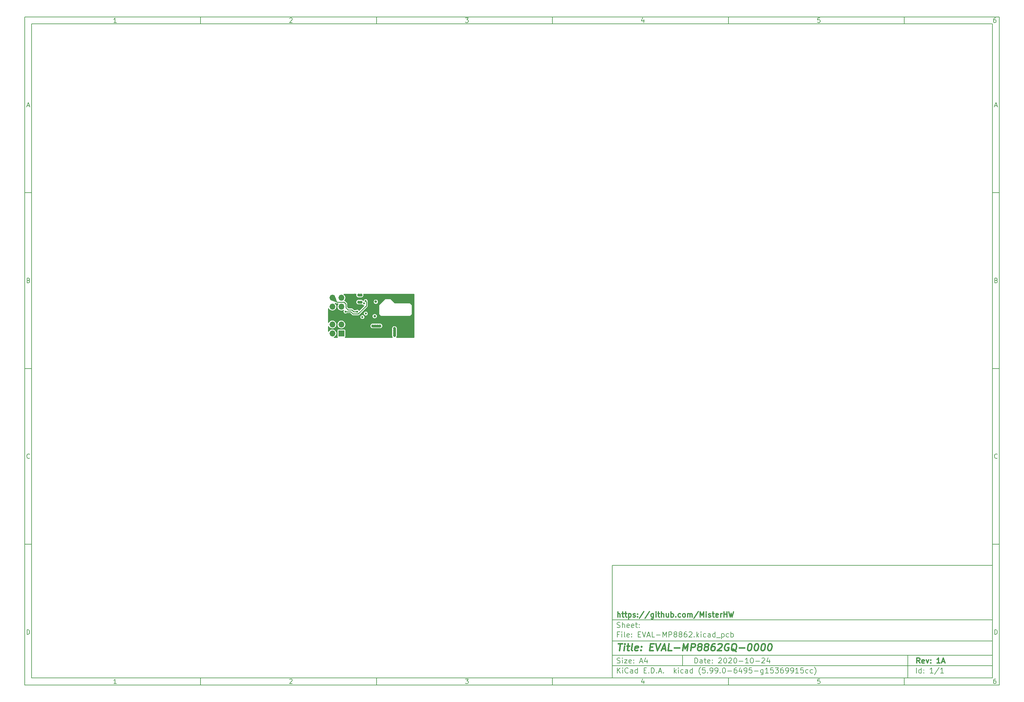
<source format=gbr>
G04 #@! TF.GenerationSoftware,KiCad,Pcbnew,(5.99.0-6495-g15369915cc)*
G04 #@! TF.CreationDate,2020-10-24T18:43:56+02:00*
G04 #@! TF.ProjectId,EVAL-MP8862,4556414c-2d4d-4503-9838-36322e6b6963,1A*
G04 #@! TF.SameCoordinates,Original*
G04 #@! TF.FileFunction,Copper,L2,Inr*
G04 #@! TF.FilePolarity,Positive*
%FSLAX46Y46*%
G04 Gerber Fmt 4.6, Leading zero omitted, Abs format (unit mm)*
G04 Created by KiCad (PCBNEW (5.99.0-6495-g15369915cc)) date 2020-10-24 18:43:56*
%MOMM*%
%LPD*%
G01*
G04 APERTURE LIST*
%ADD10C,0.100000*%
%ADD11C,0.150000*%
%ADD12C,0.300000*%
%ADD13C,0.400000*%
G04 #@! TA.AperFunction,ComponentPad*
%ADD14R,1.700000X1.700000*%
G04 #@! TD*
G04 #@! TA.AperFunction,ComponentPad*
%ADD15O,1.700000X1.700000*%
G04 #@! TD*
G04 #@! TA.AperFunction,ViaPad*
%ADD16C,0.700000*%
G04 #@! TD*
G04 #@! TA.AperFunction,ViaPad*
%ADD17C,0.800000*%
G04 #@! TD*
G04 #@! TA.AperFunction,ViaPad*
%ADD18C,0.600000*%
G04 #@! TD*
G04 #@! TA.AperFunction,Conductor*
%ADD19C,0.250000*%
G04 #@! TD*
G04 #@! TA.AperFunction,Conductor*
%ADD20C,0.800000*%
G04 #@! TD*
G04 APERTURE END LIST*
D10*
D11*
X177002200Y-166007200D02*
X177002200Y-198007200D01*
X285002200Y-198007200D01*
X285002200Y-166007200D01*
X177002200Y-166007200D01*
D10*
D11*
X10000000Y-10000000D02*
X10000000Y-200007200D01*
X287002200Y-200007200D01*
X287002200Y-10000000D01*
X10000000Y-10000000D01*
D10*
D11*
X12000000Y-12000000D02*
X12000000Y-198007200D01*
X285002200Y-198007200D01*
X285002200Y-12000000D01*
X12000000Y-12000000D01*
D10*
D11*
X60000000Y-12000000D02*
X60000000Y-10000000D01*
D10*
D11*
X110000000Y-12000000D02*
X110000000Y-10000000D01*
D10*
D11*
X160000000Y-12000000D02*
X160000000Y-10000000D01*
D10*
D11*
X210000000Y-12000000D02*
X210000000Y-10000000D01*
D10*
D11*
X260000000Y-12000000D02*
X260000000Y-10000000D01*
D10*
D11*
X36065476Y-11588095D02*
X35322619Y-11588095D01*
X35694047Y-11588095D02*
X35694047Y-10288095D01*
X35570238Y-10473809D01*
X35446428Y-10597619D01*
X35322619Y-10659523D01*
D10*
D11*
X85322619Y-10411904D02*
X85384523Y-10350000D01*
X85508333Y-10288095D01*
X85817857Y-10288095D01*
X85941666Y-10350000D01*
X86003571Y-10411904D01*
X86065476Y-10535714D01*
X86065476Y-10659523D01*
X86003571Y-10845238D01*
X85260714Y-11588095D01*
X86065476Y-11588095D01*
D10*
D11*
X135260714Y-10288095D02*
X136065476Y-10288095D01*
X135632142Y-10783333D01*
X135817857Y-10783333D01*
X135941666Y-10845238D01*
X136003571Y-10907142D01*
X136065476Y-11030952D01*
X136065476Y-11340476D01*
X136003571Y-11464285D01*
X135941666Y-11526190D01*
X135817857Y-11588095D01*
X135446428Y-11588095D01*
X135322619Y-11526190D01*
X135260714Y-11464285D01*
D10*
D11*
X185941666Y-10721428D02*
X185941666Y-11588095D01*
X185632142Y-10226190D02*
X185322619Y-11154761D01*
X186127380Y-11154761D01*
D10*
D11*
X236003571Y-10288095D02*
X235384523Y-10288095D01*
X235322619Y-10907142D01*
X235384523Y-10845238D01*
X235508333Y-10783333D01*
X235817857Y-10783333D01*
X235941666Y-10845238D01*
X236003571Y-10907142D01*
X236065476Y-11030952D01*
X236065476Y-11340476D01*
X236003571Y-11464285D01*
X235941666Y-11526190D01*
X235817857Y-11588095D01*
X235508333Y-11588095D01*
X235384523Y-11526190D01*
X235322619Y-11464285D01*
D10*
D11*
X285941666Y-10288095D02*
X285694047Y-10288095D01*
X285570238Y-10350000D01*
X285508333Y-10411904D01*
X285384523Y-10597619D01*
X285322619Y-10845238D01*
X285322619Y-11340476D01*
X285384523Y-11464285D01*
X285446428Y-11526190D01*
X285570238Y-11588095D01*
X285817857Y-11588095D01*
X285941666Y-11526190D01*
X286003571Y-11464285D01*
X286065476Y-11340476D01*
X286065476Y-11030952D01*
X286003571Y-10907142D01*
X285941666Y-10845238D01*
X285817857Y-10783333D01*
X285570238Y-10783333D01*
X285446428Y-10845238D01*
X285384523Y-10907142D01*
X285322619Y-11030952D01*
D10*
D11*
X60000000Y-198007200D02*
X60000000Y-200007200D01*
D10*
D11*
X110000000Y-198007200D02*
X110000000Y-200007200D01*
D10*
D11*
X160000000Y-198007200D02*
X160000000Y-200007200D01*
D10*
D11*
X210000000Y-198007200D02*
X210000000Y-200007200D01*
D10*
D11*
X260000000Y-198007200D02*
X260000000Y-200007200D01*
D10*
D11*
X36065476Y-199595295D02*
X35322619Y-199595295D01*
X35694047Y-199595295D02*
X35694047Y-198295295D01*
X35570238Y-198481009D01*
X35446428Y-198604819D01*
X35322619Y-198666723D01*
D10*
D11*
X85322619Y-198419104D02*
X85384523Y-198357200D01*
X85508333Y-198295295D01*
X85817857Y-198295295D01*
X85941666Y-198357200D01*
X86003571Y-198419104D01*
X86065476Y-198542914D01*
X86065476Y-198666723D01*
X86003571Y-198852438D01*
X85260714Y-199595295D01*
X86065476Y-199595295D01*
D10*
D11*
X135260714Y-198295295D02*
X136065476Y-198295295D01*
X135632142Y-198790533D01*
X135817857Y-198790533D01*
X135941666Y-198852438D01*
X136003571Y-198914342D01*
X136065476Y-199038152D01*
X136065476Y-199347676D01*
X136003571Y-199471485D01*
X135941666Y-199533390D01*
X135817857Y-199595295D01*
X135446428Y-199595295D01*
X135322619Y-199533390D01*
X135260714Y-199471485D01*
D10*
D11*
X185941666Y-198728628D02*
X185941666Y-199595295D01*
X185632142Y-198233390D02*
X185322619Y-199161961D01*
X186127380Y-199161961D01*
D10*
D11*
X236003571Y-198295295D02*
X235384523Y-198295295D01*
X235322619Y-198914342D01*
X235384523Y-198852438D01*
X235508333Y-198790533D01*
X235817857Y-198790533D01*
X235941666Y-198852438D01*
X236003571Y-198914342D01*
X236065476Y-199038152D01*
X236065476Y-199347676D01*
X236003571Y-199471485D01*
X235941666Y-199533390D01*
X235817857Y-199595295D01*
X235508333Y-199595295D01*
X235384523Y-199533390D01*
X235322619Y-199471485D01*
D10*
D11*
X285941666Y-198295295D02*
X285694047Y-198295295D01*
X285570238Y-198357200D01*
X285508333Y-198419104D01*
X285384523Y-198604819D01*
X285322619Y-198852438D01*
X285322619Y-199347676D01*
X285384523Y-199471485D01*
X285446428Y-199533390D01*
X285570238Y-199595295D01*
X285817857Y-199595295D01*
X285941666Y-199533390D01*
X286003571Y-199471485D01*
X286065476Y-199347676D01*
X286065476Y-199038152D01*
X286003571Y-198914342D01*
X285941666Y-198852438D01*
X285817857Y-198790533D01*
X285570238Y-198790533D01*
X285446428Y-198852438D01*
X285384523Y-198914342D01*
X285322619Y-199038152D01*
D10*
D11*
X10000000Y-60000000D02*
X12000000Y-60000000D01*
D10*
D11*
X10000000Y-110000000D02*
X12000000Y-110000000D01*
D10*
D11*
X10000000Y-160000000D02*
X12000000Y-160000000D01*
D10*
D11*
X10690476Y-35216666D02*
X11309523Y-35216666D01*
X10566666Y-35588095D02*
X11000000Y-34288095D01*
X11433333Y-35588095D01*
D10*
D11*
X11092857Y-84907142D02*
X11278571Y-84969047D01*
X11340476Y-85030952D01*
X11402380Y-85154761D01*
X11402380Y-85340476D01*
X11340476Y-85464285D01*
X11278571Y-85526190D01*
X11154761Y-85588095D01*
X10659523Y-85588095D01*
X10659523Y-84288095D01*
X11092857Y-84288095D01*
X11216666Y-84350000D01*
X11278571Y-84411904D01*
X11340476Y-84535714D01*
X11340476Y-84659523D01*
X11278571Y-84783333D01*
X11216666Y-84845238D01*
X11092857Y-84907142D01*
X10659523Y-84907142D01*
D10*
D11*
X11402380Y-135464285D02*
X11340476Y-135526190D01*
X11154761Y-135588095D01*
X11030952Y-135588095D01*
X10845238Y-135526190D01*
X10721428Y-135402380D01*
X10659523Y-135278571D01*
X10597619Y-135030952D01*
X10597619Y-134845238D01*
X10659523Y-134597619D01*
X10721428Y-134473809D01*
X10845238Y-134350000D01*
X11030952Y-134288095D01*
X11154761Y-134288095D01*
X11340476Y-134350000D01*
X11402380Y-134411904D01*
D10*
D11*
X10659523Y-185588095D02*
X10659523Y-184288095D01*
X10969047Y-184288095D01*
X11154761Y-184350000D01*
X11278571Y-184473809D01*
X11340476Y-184597619D01*
X11402380Y-184845238D01*
X11402380Y-185030952D01*
X11340476Y-185278571D01*
X11278571Y-185402380D01*
X11154761Y-185526190D01*
X10969047Y-185588095D01*
X10659523Y-185588095D01*
D10*
D11*
X287002200Y-60000000D02*
X285002200Y-60000000D01*
D10*
D11*
X287002200Y-110000000D02*
X285002200Y-110000000D01*
D10*
D11*
X287002200Y-160000000D02*
X285002200Y-160000000D01*
D10*
D11*
X285692676Y-35216666D02*
X286311723Y-35216666D01*
X285568866Y-35588095D02*
X286002200Y-34288095D01*
X286435533Y-35588095D01*
D10*
D11*
X286095057Y-84907142D02*
X286280771Y-84969047D01*
X286342676Y-85030952D01*
X286404580Y-85154761D01*
X286404580Y-85340476D01*
X286342676Y-85464285D01*
X286280771Y-85526190D01*
X286156961Y-85588095D01*
X285661723Y-85588095D01*
X285661723Y-84288095D01*
X286095057Y-84288095D01*
X286218866Y-84350000D01*
X286280771Y-84411904D01*
X286342676Y-84535714D01*
X286342676Y-84659523D01*
X286280771Y-84783333D01*
X286218866Y-84845238D01*
X286095057Y-84907142D01*
X285661723Y-84907142D01*
D10*
D11*
X286404580Y-135464285D02*
X286342676Y-135526190D01*
X286156961Y-135588095D01*
X286033152Y-135588095D01*
X285847438Y-135526190D01*
X285723628Y-135402380D01*
X285661723Y-135278571D01*
X285599819Y-135030952D01*
X285599819Y-134845238D01*
X285661723Y-134597619D01*
X285723628Y-134473809D01*
X285847438Y-134350000D01*
X286033152Y-134288095D01*
X286156961Y-134288095D01*
X286342676Y-134350000D01*
X286404580Y-134411904D01*
D10*
D11*
X285661723Y-185588095D02*
X285661723Y-184288095D01*
X285971247Y-184288095D01*
X286156961Y-184350000D01*
X286280771Y-184473809D01*
X286342676Y-184597619D01*
X286404580Y-184845238D01*
X286404580Y-185030952D01*
X286342676Y-185278571D01*
X286280771Y-185402380D01*
X286156961Y-185526190D01*
X285971247Y-185588095D01*
X285661723Y-185588095D01*
D10*
D11*
X200434342Y-193785771D02*
X200434342Y-192285771D01*
X200791485Y-192285771D01*
X201005771Y-192357200D01*
X201148628Y-192500057D01*
X201220057Y-192642914D01*
X201291485Y-192928628D01*
X201291485Y-193142914D01*
X201220057Y-193428628D01*
X201148628Y-193571485D01*
X201005771Y-193714342D01*
X200791485Y-193785771D01*
X200434342Y-193785771D01*
X202577200Y-193785771D02*
X202577200Y-193000057D01*
X202505771Y-192857200D01*
X202362914Y-192785771D01*
X202077200Y-192785771D01*
X201934342Y-192857200D01*
X202577200Y-193714342D02*
X202434342Y-193785771D01*
X202077200Y-193785771D01*
X201934342Y-193714342D01*
X201862914Y-193571485D01*
X201862914Y-193428628D01*
X201934342Y-193285771D01*
X202077200Y-193214342D01*
X202434342Y-193214342D01*
X202577200Y-193142914D01*
X203077200Y-192785771D02*
X203648628Y-192785771D01*
X203291485Y-192285771D02*
X203291485Y-193571485D01*
X203362914Y-193714342D01*
X203505771Y-193785771D01*
X203648628Y-193785771D01*
X204720057Y-193714342D02*
X204577200Y-193785771D01*
X204291485Y-193785771D01*
X204148628Y-193714342D01*
X204077200Y-193571485D01*
X204077200Y-193000057D01*
X204148628Y-192857200D01*
X204291485Y-192785771D01*
X204577200Y-192785771D01*
X204720057Y-192857200D01*
X204791485Y-193000057D01*
X204791485Y-193142914D01*
X204077200Y-193285771D01*
X205434342Y-193642914D02*
X205505771Y-193714342D01*
X205434342Y-193785771D01*
X205362914Y-193714342D01*
X205434342Y-193642914D01*
X205434342Y-193785771D01*
X205434342Y-192857200D02*
X205505771Y-192928628D01*
X205434342Y-193000057D01*
X205362914Y-192928628D01*
X205434342Y-192857200D01*
X205434342Y-193000057D01*
X207220057Y-192428628D02*
X207291485Y-192357200D01*
X207434342Y-192285771D01*
X207791485Y-192285771D01*
X207934342Y-192357200D01*
X208005771Y-192428628D01*
X208077200Y-192571485D01*
X208077200Y-192714342D01*
X208005771Y-192928628D01*
X207148628Y-193785771D01*
X208077200Y-193785771D01*
X209005771Y-192285771D02*
X209148628Y-192285771D01*
X209291485Y-192357200D01*
X209362914Y-192428628D01*
X209434342Y-192571485D01*
X209505771Y-192857200D01*
X209505771Y-193214342D01*
X209434342Y-193500057D01*
X209362914Y-193642914D01*
X209291485Y-193714342D01*
X209148628Y-193785771D01*
X209005771Y-193785771D01*
X208862914Y-193714342D01*
X208791485Y-193642914D01*
X208720057Y-193500057D01*
X208648628Y-193214342D01*
X208648628Y-192857200D01*
X208720057Y-192571485D01*
X208791485Y-192428628D01*
X208862914Y-192357200D01*
X209005771Y-192285771D01*
X210077200Y-192428628D02*
X210148628Y-192357200D01*
X210291485Y-192285771D01*
X210648628Y-192285771D01*
X210791485Y-192357200D01*
X210862914Y-192428628D01*
X210934342Y-192571485D01*
X210934342Y-192714342D01*
X210862914Y-192928628D01*
X210005771Y-193785771D01*
X210934342Y-193785771D01*
X211862914Y-192285771D02*
X212005771Y-192285771D01*
X212148628Y-192357200D01*
X212220057Y-192428628D01*
X212291485Y-192571485D01*
X212362914Y-192857200D01*
X212362914Y-193214342D01*
X212291485Y-193500057D01*
X212220057Y-193642914D01*
X212148628Y-193714342D01*
X212005771Y-193785771D01*
X211862914Y-193785771D01*
X211720057Y-193714342D01*
X211648628Y-193642914D01*
X211577200Y-193500057D01*
X211505771Y-193214342D01*
X211505771Y-192857200D01*
X211577200Y-192571485D01*
X211648628Y-192428628D01*
X211720057Y-192357200D01*
X211862914Y-192285771D01*
X213005771Y-193214342D02*
X214148628Y-193214342D01*
X215648628Y-193785771D02*
X214791485Y-193785771D01*
X215220057Y-193785771D02*
X215220057Y-192285771D01*
X215077200Y-192500057D01*
X214934342Y-192642914D01*
X214791485Y-192714342D01*
X216577200Y-192285771D02*
X216720057Y-192285771D01*
X216862914Y-192357200D01*
X216934342Y-192428628D01*
X217005771Y-192571485D01*
X217077200Y-192857200D01*
X217077200Y-193214342D01*
X217005771Y-193500057D01*
X216934342Y-193642914D01*
X216862914Y-193714342D01*
X216720057Y-193785771D01*
X216577200Y-193785771D01*
X216434342Y-193714342D01*
X216362914Y-193642914D01*
X216291485Y-193500057D01*
X216220057Y-193214342D01*
X216220057Y-192857200D01*
X216291485Y-192571485D01*
X216362914Y-192428628D01*
X216434342Y-192357200D01*
X216577200Y-192285771D01*
X217720057Y-193214342D02*
X218862914Y-193214342D01*
X219505771Y-192428628D02*
X219577200Y-192357200D01*
X219720057Y-192285771D01*
X220077200Y-192285771D01*
X220220057Y-192357200D01*
X220291485Y-192428628D01*
X220362914Y-192571485D01*
X220362914Y-192714342D01*
X220291485Y-192928628D01*
X219434342Y-193785771D01*
X220362914Y-193785771D01*
X221648628Y-192785771D02*
X221648628Y-193785771D01*
X221291485Y-192214342D02*
X220934342Y-193285771D01*
X221862914Y-193285771D01*
D10*
D11*
X177002200Y-194507200D02*
X285002200Y-194507200D01*
D10*
D11*
X178434342Y-196585771D02*
X178434342Y-195085771D01*
X179291485Y-196585771D02*
X178648628Y-195728628D01*
X179291485Y-195085771D02*
X178434342Y-195942914D01*
X179934342Y-196585771D02*
X179934342Y-195585771D01*
X179934342Y-195085771D02*
X179862914Y-195157200D01*
X179934342Y-195228628D01*
X180005771Y-195157200D01*
X179934342Y-195085771D01*
X179934342Y-195228628D01*
X181505771Y-196442914D02*
X181434342Y-196514342D01*
X181220057Y-196585771D01*
X181077200Y-196585771D01*
X180862914Y-196514342D01*
X180720057Y-196371485D01*
X180648628Y-196228628D01*
X180577200Y-195942914D01*
X180577200Y-195728628D01*
X180648628Y-195442914D01*
X180720057Y-195300057D01*
X180862914Y-195157200D01*
X181077200Y-195085771D01*
X181220057Y-195085771D01*
X181434342Y-195157200D01*
X181505771Y-195228628D01*
X182791485Y-196585771D02*
X182791485Y-195800057D01*
X182720057Y-195657200D01*
X182577200Y-195585771D01*
X182291485Y-195585771D01*
X182148628Y-195657200D01*
X182791485Y-196514342D02*
X182648628Y-196585771D01*
X182291485Y-196585771D01*
X182148628Y-196514342D01*
X182077200Y-196371485D01*
X182077200Y-196228628D01*
X182148628Y-196085771D01*
X182291485Y-196014342D01*
X182648628Y-196014342D01*
X182791485Y-195942914D01*
X184148628Y-196585771D02*
X184148628Y-195085771D01*
X184148628Y-196514342D02*
X184005771Y-196585771D01*
X183720057Y-196585771D01*
X183577200Y-196514342D01*
X183505771Y-196442914D01*
X183434342Y-196300057D01*
X183434342Y-195871485D01*
X183505771Y-195728628D01*
X183577200Y-195657200D01*
X183720057Y-195585771D01*
X184005771Y-195585771D01*
X184148628Y-195657200D01*
X186005771Y-195800057D02*
X186505771Y-195800057D01*
X186720057Y-196585771D02*
X186005771Y-196585771D01*
X186005771Y-195085771D01*
X186720057Y-195085771D01*
X187362914Y-196442914D02*
X187434342Y-196514342D01*
X187362914Y-196585771D01*
X187291485Y-196514342D01*
X187362914Y-196442914D01*
X187362914Y-196585771D01*
X188077200Y-196585771D02*
X188077200Y-195085771D01*
X188434342Y-195085771D01*
X188648628Y-195157200D01*
X188791485Y-195300057D01*
X188862914Y-195442914D01*
X188934342Y-195728628D01*
X188934342Y-195942914D01*
X188862914Y-196228628D01*
X188791485Y-196371485D01*
X188648628Y-196514342D01*
X188434342Y-196585771D01*
X188077200Y-196585771D01*
X189577200Y-196442914D02*
X189648628Y-196514342D01*
X189577200Y-196585771D01*
X189505771Y-196514342D01*
X189577200Y-196442914D01*
X189577200Y-196585771D01*
X190220057Y-196157200D02*
X190934342Y-196157200D01*
X190077200Y-196585771D02*
X190577200Y-195085771D01*
X191077200Y-196585771D01*
X191577200Y-196442914D02*
X191648628Y-196514342D01*
X191577200Y-196585771D01*
X191505771Y-196514342D01*
X191577200Y-196442914D01*
X191577200Y-196585771D01*
X194577200Y-196585771D02*
X194577200Y-195085771D01*
X194720057Y-196014342D02*
X195148628Y-196585771D01*
X195148628Y-195585771D02*
X194577200Y-196157200D01*
X195791485Y-196585771D02*
X195791485Y-195585771D01*
X195791485Y-195085771D02*
X195720057Y-195157200D01*
X195791485Y-195228628D01*
X195862914Y-195157200D01*
X195791485Y-195085771D01*
X195791485Y-195228628D01*
X197148628Y-196514342D02*
X197005771Y-196585771D01*
X196720057Y-196585771D01*
X196577200Y-196514342D01*
X196505771Y-196442914D01*
X196434342Y-196300057D01*
X196434342Y-195871485D01*
X196505771Y-195728628D01*
X196577200Y-195657200D01*
X196720057Y-195585771D01*
X197005771Y-195585771D01*
X197148628Y-195657200D01*
X198434342Y-196585771D02*
X198434342Y-195800057D01*
X198362914Y-195657200D01*
X198220057Y-195585771D01*
X197934342Y-195585771D01*
X197791485Y-195657200D01*
X198434342Y-196514342D02*
X198291485Y-196585771D01*
X197934342Y-196585771D01*
X197791485Y-196514342D01*
X197720057Y-196371485D01*
X197720057Y-196228628D01*
X197791485Y-196085771D01*
X197934342Y-196014342D01*
X198291485Y-196014342D01*
X198434342Y-195942914D01*
X199791485Y-196585771D02*
X199791485Y-195085771D01*
X199791485Y-196514342D02*
X199648628Y-196585771D01*
X199362914Y-196585771D01*
X199220057Y-196514342D01*
X199148628Y-196442914D01*
X199077200Y-196300057D01*
X199077200Y-195871485D01*
X199148628Y-195728628D01*
X199220057Y-195657200D01*
X199362914Y-195585771D01*
X199648628Y-195585771D01*
X199791485Y-195657200D01*
X202077200Y-197157200D02*
X202005771Y-197085771D01*
X201862914Y-196871485D01*
X201791485Y-196728628D01*
X201720057Y-196514342D01*
X201648628Y-196157200D01*
X201648628Y-195871485D01*
X201720057Y-195514342D01*
X201791485Y-195300057D01*
X201862914Y-195157200D01*
X202005771Y-194942914D01*
X202077200Y-194871485D01*
X203362914Y-195085771D02*
X202648628Y-195085771D01*
X202577200Y-195800057D01*
X202648628Y-195728628D01*
X202791485Y-195657200D01*
X203148628Y-195657200D01*
X203291485Y-195728628D01*
X203362914Y-195800057D01*
X203434342Y-195942914D01*
X203434342Y-196300057D01*
X203362914Y-196442914D01*
X203291485Y-196514342D01*
X203148628Y-196585771D01*
X202791485Y-196585771D01*
X202648628Y-196514342D01*
X202577200Y-196442914D01*
X204077200Y-196442914D02*
X204148628Y-196514342D01*
X204077200Y-196585771D01*
X204005771Y-196514342D01*
X204077200Y-196442914D01*
X204077200Y-196585771D01*
X204862914Y-196585771D02*
X205148628Y-196585771D01*
X205291485Y-196514342D01*
X205362914Y-196442914D01*
X205505771Y-196228628D01*
X205577200Y-195942914D01*
X205577200Y-195371485D01*
X205505771Y-195228628D01*
X205434342Y-195157200D01*
X205291485Y-195085771D01*
X205005771Y-195085771D01*
X204862914Y-195157200D01*
X204791485Y-195228628D01*
X204720057Y-195371485D01*
X204720057Y-195728628D01*
X204791485Y-195871485D01*
X204862914Y-195942914D01*
X205005771Y-196014342D01*
X205291485Y-196014342D01*
X205434342Y-195942914D01*
X205505771Y-195871485D01*
X205577200Y-195728628D01*
X206291485Y-196585771D02*
X206577200Y-196585771D01*
X206720057Y-196514342D01*
X206791485Y-196442914D01*
X206934342Y-196228628D01*
X207005771Y-195942914D01*
X207005771Y-195371485D01*
X206934342Y-195228628D01*
X206862914Y-195157200D01*
X206720057Y-195085771D01*
X206434342Y-195085771D01*
X206291485Y-195157200D01*
X206220057Y-195228628D01*
X206148628Y-195371485D01*
X206148628Y-195728628D01*
X206220057Y-195871485D01*
X206291485Y-195942914D01*
X206434342Y-196014342D01*
X206720057Y-196014342D01*
X206862914Y-195942914D01*
X206934342Y-195871485D01*
X207005771Y-195728628D01*
X207648628Y-196442914D02*
X207720057Y-196514342D01*
X207648628Y-196585771D01*
X207577200Y-196514342D01*
X207648628Y-196442914D01*
X207648628Y-196585771D01*
X208648628Y-195085771D02*
X208791485Y-195085771D01*
X208934342Y-195157200D01*
X209005771Y-195228628D01*
X209077200Y-195371485D01*
X209148628Y-195657200D01*
X209148628Y-196014342D01*
X209077200Y-196300057D01*
X209005771Y-196442914D01*
X208934342Y-196514342D01*
X208791485Y-196585771D01*
X208648628Y-196585771D01*
X208505771Y-196514342D01*
X208434342Y-196442914D01*
X208362914Y-196300057D01*
X208291485Y-196014342D01*
X208291485Y-195657200D01*
X208362914Y-195371485D01*
X208434342Y-195228628D01*
X208505771Y-195157200D01*
X208648628Y-195085771D01*
X209791485Y-196014342D02*
X210934342Y-196014342D01*
X212291485Y-195085771D02*
X212005771Y-195085771D01*
X211862914Y-195157200D01*
X211791485Y-195228628D01*
X211648628Y-195442914D01*
X211577200Y-195728628D01*
X211577200Y-196300057D01*
X211648628Y-196442914D01*
X211720057Y-196514342D01*
X211862914Y-196585771D01*
X212148628Y-196585771D01*
X212291485Y-196514342D01*
X212362914Y-196442914D01*
X212434342Y-196300057D01*
X212434342Y-195942914D01*
X212362914Y-195800057D01*
X212291485Y-195728628D01*
X212148628Y-195657200D01*
X211862914Y-195657200D01*
X211720057Y-195728628D01*
X211648628Y-195800057D01*
X211577200Y-195942914D01*
X213720057Y-195585771D02*
X213720057Y-196585771D01*
X213362914Y-195014342D02*
X213005771Y-196085771D01*
X213934342Y-196085771D01*
X214577200Y-196585771D02*
X214862914Y-196585771D01*
X215005771Y-196514342D01*
X215077200Y-196442914D01*
X215220057Y-196228628D01*
X215291485Y-195942914D01*
X215291485Y-195371485D01*
X215220057Y-195228628D01*
X215148628Y-195157200D01*
X215005771Y-195085771D01*
X214720057Y-195085771D01*
X214577200Y-195157200D01*
X214505771Y-195228628D01*
X214434342Y-195371485D01*
X214434342Y-195728628D01*
X214505771Y-195871485D01*
X214577200Y-195942914D01*
X214720057Y-196014342D01*
X215005771Y-196014342D01*
X215148628Y-195942914D01*
X215220057Y-195871485D01*
X215291485Y-195728628D01*
X216648628Y-195085771D02*
X215934342Y-195085771D01*
X215862914Y-195800057D01*
X215934342Y-195728628D01*
X216077200Y-195657200D01*
X216434342Y-195657200D01*
X216577200Y-195728628D01*
X216648628Y-195800057D01*
X216720057Y-195942914D01*
X216720057Y-196300057D01*
X216648628Y-196442914D01*
X216577200Y-196514342D01*
X216434342Y-196585771D01*
X216077200Y-196585771D01*
X215934342Y-196514342D01*
X215862914Y-196442914D01*
X217362914Y-196014342D02*
X218505771Y-196014342D01*
X219862914Y-195585771D02*
X219862914Y-196800057D01*
X219791485Y-196942914D01*
X219720057Y-197014342D01*
X219577200Y-197085771D01*
X219362914Y-197085771D01*
X219220057Y-197014342D01*
X219862914Y-196514342D02*
X219720057Y-196585771D01*
X219434342Y-196585771D01*
X219291485Y-196514342D01*
X219220057Y-196442914D01*
X219148628Y-196300057D01*
X219148628Y-195871485D01*
X219220057Y-195728628D01*
X219291485Y-195657200D01*
X219434342Y-195585771D01*
X219720057Y-195585771D01*
X219862914Y-195657200D01*
X221362914Y-196585771D02*
X220505771Y-196585771D01*
X220934342Y-196585771D02*
X220934342Y-195085771D01*
X220791485Y-195300057D01*
X220648628Y-195442914D01*
X220505771Y-195514342D01*
X222720057Y-195085771D02*
X222005771Y-195085771D01*
X221934342Y-195800057D01*
X222005771Y-195728628D01*
X222148628Y-195657200D01*
X222505771Y-195657200D01*
X222648628Y-195728628D01*
X222720057Y-195800057D01*
X222791485Y-195942914D01*
X222791485Y-196300057D01*
X222720057Y-196442914D01*
X222648628Y-196514342D01*
X222505771Y-196585771D01*
X222148628Y-196585771D01*
X222005771Y-196514342D01*
X221934342Y-196442914D01*
X223291485Y-195085771D02*
X224220057Y-195085771D01*
X223720057Y-195657200D01*
X223934342Y-195657200D01*
X224077200Y-195728628D01*
X224148628Y-195800057D01*
X224220057Y-195942914D01*
X224220057Y-196300057D01*
X224148628Y-196442914D01*
X224077200Y-196514342D01*
X223934342Y-196585771D01*
X223505771Y-196585771D01*
X223362914Y-196514342D01*
X223291485Y-196442914D01*
X225505771Y-195085771D02*
X225220057Y-195085771D01*
X225077200Y-195157200D01*
X225005771Y-195228628D01*
X224862914Y-195442914D01*
X224791485Y-195728628D01*
X224791485Y-196300057D01*
X224862914Y-196442914D01*
X224934342Y-196514342D01*
X225077200Y-196585771D01*
X225362914Y-196585771D01*
X225505771Y-196514342D01*
X225577200Y-196442914D01*
X225648628Y-196300057D01*
X225648628Y-195942914D01*
X225577200Y-195800057D01*
X225505771Y-195728628D01*
X225362914Y-195657200D01*
X225077200Y-195657200D01*
X224934342Y-195728628D01*
X224862914Y-195800057D01*
X224791485Y-195942914D01*
X226362914Y-196585771D02*
X226648628Y-196585771D01*
X226791485Y-196514342D01*
X226862914Y-196442914D01*
X227005771Y-196228628D01*
X227077199Y-195942914D01*
X227077199Y-195371485D01*
X227005771Y-195228628D01*
X226934342Y-195157200D01*
X226791485Y-195085771D01*
X226505771Y-195085771D01*
X226362914Y-195157200D01*
X226291485Y-195228628D01*
X226220057Y-195371485D01*
X226220057Y-195728628D01*
X226291485Y-195871485D01*
X226362914Y-195942914D01*
X226505771Y-196014342D01*
X226791485Y-196014342D01*
X226934342Y-195942914D01*
X227005771Y-195871485D01*
X227077199Y-195728628D01*
X227791485Y-196585771D02*
X228077199Y-196585771D01*
X228220057Y-196514342D01*
X228291485Y-196442914D01*
X228434342Y-196228628D01*
X228505771Y-195942914D01*
X228505771Y-195371485D01*
X228434342Y-195228628D01*
X228362914Y-195157200D01*
X228220057Y-195085771D01*
X227934342Y-195085771D01*
X227791485Y-195157200D01*
X227720057Y-195228628D01*
X227648628Y-195371485D01*
X227648628Y-195728628D01*
X227720057Y-195871485D01*
X227791485Y-195942914D01*
X227934342Y-196014342D01*
X228220057Y-196014342D01*
X228362914Y-195942914D01*
X228434342Y-195871485D01*
X228505771Y-195728628D01*
X229934342Y-196585771D02*
X229077199Y-196585771D01*
X229505771Y-196585771D02*
X229505771Y-195085771D01*
X229362914Y-195300057D01*
X229220057Y-195442914D01*
X229077199Y-195514342D01*
X231291485Y-195085771D02*
X230577199Y-195085771D01*
X230505771Y-195800057D01*
X230577199Y-195728628D01*
X230720057Y-195657200D01*
X231077199Y-195657200D01*
X231220057Y-195728628D01*
X231291485Y-195800057D01*
X231362914Y-195942914D01*
X231362914Y-196300057D01*
X231291485Y-196442914D01*
X231220057Y-196514342D01*
X231077199Y-196585771D01*
X230720057Y-196585771D01*
X230577199Y-196514342D01*
X230505771Y-196442914D01*
X232648628Y-196514342D02*
X232505771Y-196585771D01*
X232220057Y-196585771D01*
X232077199Y-196514342D01*
X232005771Y-196442914D01*
X231934342Y-196300057D01*
X231934342Y-195871485D01*
X232005771Y-195728628D01*
X232077199Y-195657200D01*
X232220057Y-195585771D01*
X232505771Y-195585771D01*
X232648628Y-195657200D01*
X233934342Y-196514342D02*
X233791485Y-196585771D01*
X233505771Y-196585771D01*
X233362914Y-196514342D01*
X233291485Y-196442914D01*
X233220057Y-196300057D01*
X233220057Y-195871485D01*
X233291485Y-195728628D01*
X233362914Y-195657200D01*
X233505771Y-195585771D01*
X233791485Y-195585771D01*
X233934342Y-195657200D01*
X234434342Y-197157200D02*
X234505771Y-197085771D01*
X234648628Y-196871485D01*
X234720057Y-196728628D01*
X234791485Y-196514342D01*
X234862914Y-196157200D01*
X234862914Y-195871485D01*
X234791485Y-195514342D01*
X234720057Y-195300057D01*
X234648628Y-195157200D01*
X234505771Y-194942914D01*
X234434342Y-194871485D01*
D10*
D11*
X177002200Y-191507200D02*
X285002200Y-191507200D01*
D10*
D12*
X264411485Y-193785771D02*
X263911485Y-193071485D01*
X263554342Y-193785771D02*
X263554342Y-192285771D01*
X264125771Y-192285771D01*
X264268628Y-192357200D01*
X264340057Y-192428628D01*
X264411485Y-192571485D01*
X264411485Y-192785771D01*
X264340057Y-192928628D01*
X264268628Y-193000057D01*
X264125771Y-193071485D01*
X263554342Y-193071485D01*
X265625771Y-193714342D02*
X265482914Y-193785771D01*
X265197200Y-193785771D01*
X265054342Y-193714342D01*
X264982914Y-193571485D01*
X264982914Y-193000057D01*
X265054342Y-192857200D01*
X265197200Y-192785771D01*
X265482914Y-192785771D01*
X265625771Y-192857200D01*
X265697200Y-193000057D01*
X265697200Y-193142914D01*
X264982914Y-193285771D01*
X266197200Y-192785771D02*
X266554342Y-193785771D01*
X266911485Y-192785771D01*
X267482914Y-193642914D02*
X267554342Y-193714342D01*
X267482914Y-193785771D01*
X267411485Y-193714342D01*
X267482914Y-193642914D01*
X267482914Y-193785771D01*
X267482914Y-192857200D02*
X267554342Y-192928628D01*
X267482914Y-193000057D01*
X267411485Y-192928628D01*
X267482914Y-192857200D01*
X267482914Y-193000057D01*
X270125771Y-193785771D02*
X269268628Y-193785771D01*
X269697200Y-193785771D02*
X269697200Y-192285771D01*
X269554342Y-192500057D01*
X269411485Y-192642914D01*
X269268628Y-192714342D01*
X270697200Y-193357200D02*
X271411485Y-193357200D01*
X270554342Y-193785771D02*
X271054342Y-192285771D01*
X271554342Y-193785771D01*
D10*
D11*
X178362914Y-193714342D02*
X178577200Y-193785771D01*
X178934342Y-193785771D01*
X179077200Y-193714342D01*
X179148628Y-193642914D01*
X179220057Y-193500057D01*
X179220057Y-193357200D01*
X179148628Y-193214342D01*
X179077200Y-193142914D01*
X178934342Y-193071485D01*
X178648628Y-193000057D01*
X178505771Y-192928628D01*
X178434342Y-192857200D01*
X178362914Y-192714342D01*
X178362914Y-192571485D01*
X178434342Y-192428628D01*
X178505771Y-192357200D01*
X178648628Y-192285771D01*
X179005771Y-192285771D01*
X179220057Y-192357200D01*
X179862914Y-193785771D02*
X179862914Y-192785771D01*
X179862914Y-192285771D02*
X179791485Y-192357200D01*
X179862914Y-192428628D01*
X179934342Y-192357200D01*
X179862914Y-192285771D01*
X179862914Y-192428628D01*
X180434342Y-192785771D02*
X181220057Y-192785771D01*
X180434342Y-193785771D01*
X181220057Y-193785771D01*
X182362914Y-193714342D02*
X182220057Y-193785771D01*
X181934342Y-193785771D01*
X181791485Y-193714342D01*
X181720057Y-193571485D01*
X181720057Y-193000057D01*
X181791485Y-192857200D01*
X181934342Y-192785771D01*
X182220057Y-192785771D01*
X182362914Y-192857200D01*
X182434342Y-193000057D01*
X182434342Y-193142914D01*
X181720057Y-193285771D01*
X183077200Y-193642914D02*
X183148628Y-193714342D01*
X183077200Y-193785771D01*
X183005771Y-193714342D01*
X183077200Y-193642914D01*
X183077200Y-193785771D01*
X183077200Y-192857200D02*
X183148628Y-192928628D01*
X183077200Y-193000057D01*
X183005771Y-192928628D01*
X183077200Y-192857200D01*
X183077200Y-193000057D01*
X184862914Y-193357200D02*
X185577200Y-193357200D01*
X184720057Y-193785771D02*
X185220057Y-192285771D01*
X185720057Y-193785771D01*
X186862914Y-192785771D02*
X186862914Y-193785771D01*
X186505771Y-192214342D02*
X186148628Y-193285771D01*
X187077200Y-193285771D01*
D10*
D11*
X263434342Y-196585771D02*
X263434342Y-195085771D01*
X264791485Y-196585771D02*
X264791485Y-195085771D01*
X264791485Y-196514342D02*
X264648628Y-196585771D01*
X264362914Y-196585771D01*
X264220057Y-196514342D01*
X264148628Y-196442914D01*
X264077200Y-196300057D01*
X264077200Y-195871485D01*
X264148628Y-195728628D01*
X264220057Y-195657200D01*
X264362914Y-195585771D01*
X264648628Y-195585771D01*
X264791485Y-195657200D01*
X265505771Y-196442914D02*
X265577200Y-196514342D01*
X265505771Y-196585771D01*
X265434342Y-196514342D01*
X265505771Y-196442914D01*
X265505771Y-196585771D01*
X265505771Y-195657200D02*
X265577200Y-195728628D01*
X265505771Y-195800057D01*
X265434342Y-195728628D01*
X265505771Y-195657200D01*
X265505771Y-195800057D01*
X268148628Y-196585771D02*
X267291485Y-196585771D01*
X267720057Y-196585771D02*
X267720057Y-195085771D01*
X267577200Y-195300057D01*
X267434342Y-195442914D01*
X267291485Y-195514342D01*
X269862914Y-195014342D02*
X268577200Y-196942914D01*
X271148628Y-196585771D02*
X270291485Y-196585771D01*
X270720057Y-196585771D02*
X270720057Y-195085771D01*
X270577200Y-195300057D01*
X270434342Y-195442914D01*
X270291485Y-195514342D01*
D10*
D11*
X177002200Y-187507200D02*
X285002200Y-187507200D01*
D10*
D13*
X178714580Y-188211961D02*
X179857438Y-188211961D01*
X179036009Y-190211961D02*
X179286009Y-188211961D01*
X180274104Y-190211961D02*
X180440771Y-188878628D01*
X180524104Y-188211961D02*
X180416961Y-188307200D01*
X180500295Y-188402438D01*
X180607438Y-188307200D01*
X180524104Y-188211961D01*
X180500295Y-188402438D01*
X181107438Y-188878628D02*
X181869342Y-188878628D01*
X181476485Y-188211961D02*
X181262200Y-189926247D01*
X181333628Y-190116723D01*
X181512200Y-190211961D01*
X181702676Y-190211961D01*
X182655057Y-190211961D02*
X182476485Y-190116723D01*
X182405057Y-189926247D01*
X182619342Y-188211961D01*
X184190771Y-190116723D02*
X183988390Y-190211961D01*
X183607438Y-190211961D01*
X183428866Y-190116723D01*
X183357438Y-189926247D01*
X183452676Y-189164342D01*
X183571723Y-188973866D01*
X183774104Y-188878628D01*
X184155057Y-188878628D01*
X184333628Y-188973866D01*
X184405057Y-189164342D01*
X184381247Y-189354819D01*
X183405057Y-189545295D01*
X185155057Y-190021485D02*
X185238390Y-190116723D01*
X185131247Y-190211961D01*
X185047914Y-190116723D01*
X185155057Y-190021485D01*
X185131247Y-190211961D01*
X185286009Y-188973866D02*
X185369342Y-189069104D01*
X185262200Y-189164342D01*
X185178866Y-189069104D01*
X185286009Y-188973866D01*
X185262200Y-189164342D01*
X187738390Y-189164342D02*
X188405057Y-189164342D01*
X188559819Y-190211961D02*
X187607438Y-190211961D01*
X187857438Y-188211961D01*
X188809819Y-188211961D01*
X189381247Y-188211961D02*
X189797914Y-190211961D01*
X190714580Y-188211961D01*
X191107438Y-189640533D02*
X192059819Y-189640533D01*
X190845533Y-190211961D02*
X191762200Y-188211961D01*
X192178866Y-190211961D01*
X193797914Y-190211961D02*
X192845533Y-190211961D01*
X193095533Y-188211961D01*
X194559819Y-189450057D02*
X196083628Y-189450057D01*
X196940771Y-190211961D02*
X197190771Y-188211961D01*
X197678866Y-189640533D01*
X198524104Y-188211961D01*
X198274104Y-190211961D01*
X199226485Y-190211961D02*
X199476485Y-188211961D01*
X200238390Y-188211961D01*
X200416961Y-188307200D01*
X200500295Y-188402438D01*
X200571723Y-188592914D01*
X200536009Y-188878628D01*
X200416961Y-189069104D01*
X200309819Y-189164342D01*
X200107438Y-189259580D01*
X199345533Y-189259580D01*
X201655057Y-189069104D02*
X201476485Y-188973866D01*
X201393152Y-188878628D01*
X201321723Y-188688152D01*
X201333628Y-188592914D01*
X201452676Y-188402438D01*
X201559819Y-188307200D01*
X201762200Y-188211961D01*
X202143152Y-188211961D01*
X202321723Y-188307200D01*
X202405057Y-188402438D01*
X202476485Y-188592914D01*
X202464580Y-188688152D01*
X202345533Y-188878628D01*
X202238390Y-188973866D01*
X202036009Y-189069104D01*
X201655057Y-189069104D01*
X201452676Y-189164342D01*
X201345533Y-189259580D01*
X201226485Y-189450057D01*
X201178866Y-189831009D01*
X201250295Y-190021485D01*
X201333628Y-190116723D01*
X201512200Y-190211961D01*
X201893152Y-190211961D01*
X202095533Y-190116723D01*
X202202676Y-190021485D01*
X202321723Y-189831009D01*
X202369342Y-189450057D01*
X202297914Y-189259580D01*
X202214580Y-189164342D01*
X202036009Y-189069104D01*
X203559819Y-189069104D02*
X203381247Y-188973866D01*
X203297914Y-188878628D01*
X203226485Y-188688152D01*
X203238390Y-188592914D01*
X203357438Y-188402438D01*
X203464580Y-188307200D01*
X203666961Y-188211961D01*
X204047914Y-188211961D01*
X204226485Y-188307200D01*
X204309819Y-188402438D01*
X204381247Y-188592914D01*
X204369342Y-188688152D01*
X204250295Y-188878628D01*
X204143152Y-188973866D01*
X203940771Y-189069104D01*
X203559819Y-189069104D01*
X203357438Y-189164342D01*
X203250295Y-189259580D01*
X203131247Y-189450057D01*
X203083628Y-189831009D01*
X203155057Y-190021485D01*
X203238390Y-190116723D01*
X203416961Y-190211961D01*
X203797914Y-190211961D01*
X204000295Y-190116723D01*
X204107438Y-190021485D01*
X204226485Y-189831009D01*
X204274104Y-189450057D01*
X204202676Y-189259580D01*
X204119342Y-189164342D01*
X203940771Y-189069104D01*
X206143152Y-188211961D02*
X205762200Y-188211961D01*
X205559819Y-188307200D01*
X205452676Y-188402438D01*
X205226485Y-188688152D01*
X205083628Y-189069104D01*
X204988390Y-189831009D01*
X205059819Y-190021485D01*
X205143152Y-190116723D01*
X205321723Y-190211961D01*
X205702676Y-190211961D01*
X205905057Y-190116723D01*
X206012200Y-190021485D01*
X206131247Y-189831009D01*
X206190771Y-189354819D01*
X206119342Y-189164342D01*
X206036009Y-189069104D01*
X205857438Y-188973866D01*
X205476485Y-188973866D01*
X205274104Y-189069104D01*
X205166961Y-189164342D01*
X205047914Y-189354819D01*
X207071723Y-188402438D02*
X207178866Y-188307200D01*
X207381247Y-188211961D01*
X207857438Y-188211961D01*
X208036009Y-188307200D01*
X208119342Y-188402438D01*
X208190771Y-188592914D01*
X208166961Y-188783390D01*
X208036009Y-189069104D01*
X206750295Y-190211961D01*
X207988390Y-190211961D01*
X210131247Y-188307200D02*
X209952676Y-188211961D01*
X209666961Y-188211961D01*
X209369342Y-188307200D01*
X209155057Y-188497676D01*
X209036009Y-188688152D01*
X208893152Y-189069104D01*
X208857438Y-189354819D01*
X208905057Y-189735771D01*
X208976485Y-189926247D01*
X209143152Y-190116723D01*
X209416961Y-190211961D01*
X209607438Y-190211961D01*
X209905057Y-190116723D01*
X210012200Y-190021485D01*
X210095533Y-189354819D01*
X209714580Y-189354819D01*
X212155057Y-190402438D02*
X211976485Y-190307200D01*
X211809819Y-190116723D01*
X211559819Y-189831009D01*
X211381247Y-189735771D01*
X211190771Y-189735771D01*
X211226485Y-190211961D02*
X211047914Y-190116723D01*
X210881247Y-189926247D01*
X210833628Y-189545295D01*
X210916961Y-188878628D01*
X211059819Y-188497676D01*
X211274104Y-188307200D01*
X211476485Y-188211961D01*
X211857438Y-188211961D01*
X212036009Y-188307200D01*
X212202676Y-188497676D01*
X212250295Y-188878628D01*
X212166961Y-189545295D01*
X212024104Y-189926247D01*
X211809819Y-190116723D01*
X211607438Y-190211961D01*
X211226485Y-190211961D01*
X213036009Y-189450057D02*
X214559819Y-189450057D01*
X216047914Y-188211961D02*
X216238390Y-188211961D01*
X216416961Y-188307200D01*
X216500295Y-188402438D01*
X216571723Y-188592914D01*
X216619342Y-188973866D01*
X216559819Y-189450057D01*
X216416961Y-189831009D01*
X216297914Y-190021485D01*
X216190771Y-190116723D01*
X215988390Y-190211961D01*
X215797914Y-190211961D01*
X215619342Y-190116723D01*
X215536009Y-190021485D01*
X215464580Y-189831009D01*
X215416961Y-189450057D01*
X215476485Y-188973866D01*
X215619342Y-188592914D01*
X215738390Y-188402438D01*
X215845533Y-188307200D01*
X216047914Y-188211961D01*
X217952676Y-188211961D02*
X218143152Y-188211961D01*
X218321723Y-188307200D01*
X218405057Y-188402438D01*
X218476485Y-188592914D01*
X218524104Y-188973866D01*
X218464580Y-189450057D01*
X218321723Y-189831009D01*
X218202676Y-190021485D01*
X218095533Y-190116723D01*
X217893152Y-190211961D01*
X217702676Y-190211961D01*
X217524104Y-190116723D01*
X217440771Y-190021485D01*
X217369342Y-189831009D01*
X217321723Y-189450057D01*
X217381247Y-188973866D01*
X217524104Y-188592914D01*
X217643152Y-188402438D01*
X217750295Y-188307200D01*
X217952676Y-188211961D01*
X219857438Y-188211961D02*
X220047914Y-188211961D01*
X220226485Y-188307200D01*
X220309819Y-188402438D01*
X220381247Y-188592914D01*
X220428866Y-188973866D01*
X220369342Y-189450057D01*
X220226485Y-189831009D01*
X220107438Y-190021485D01*
X220000295Y-190116723D01*
X219797914Y-190211961D01*
X219607438Y-190211961D01*
X219428866Y-190116723D01*
X219345533Y-190021485D01*
X219274104Y-189831009D01*
X219226485Y-189450057D01*
X219286009Y-188973866D01*
X219428866Y-188592914D01*
X219547914Y-188402438D01*
X219655057Y-188307200D01*
X219857438Y-188211961D01*
X221762200Y-188211961D02*
X221952676Y-188211961D01*
X222131247Y-188307200D01*
X222214580Y-188402438D01*
X222286009Y-188592914D01*
X222333628Y-188973866D01*
X222274104Y-189450057D01*
X222131247Y-189831009D01*
X222012200Y-190021485D01*
X221905057Y-190116723D01*
X221702676Y-190211961D01*
X221512200Y-190211961D01*
X221333628Y-190116723D01*
X221250295Y-190021485D01*
X221178866Y-189831009D01*
X221131247Y-189450057D01*
X221190771Y-188973866D01*
X221333628Y-188592914D01*
X221452676Y-188402438D01*
X221559819Y-188307200D01*
X221762200Y-188211961D01*
D10*
D11*
X178934342Y-185600057D02*
X178434342Y-185600057D01*
X178434342Y-186385771D02*
X178434342Y-184885771D01*
X179148628Y-184885771D01*
X179720057Y-186385771D02*
X179720057Y-185385771D01*
X179720057Y-184885771D02*
X179648628Y-184957200D01*
X179720057Y-185028628D01*
X179791485Y-184957200D01*
X179720057Y-184885771D01*
X179720057Y-185028628D01*
X180648628Y-186385771D02*
X180505771Y-186314342D01*
X180434342Y-186171485D01*
X180434342Y-184885771D01*
X181791485Y-186314342D02*
X181648628Y-186385771D01*
X181362914Y-186385771D01*
X181220057Y-186314342D01*
X181148628Y-186171485D01*
X181148628Y-185600057D01*
X181220057Y-185457200D01*
X181362914Y-185385771D01*
X181648628Y-185385771D01*
X181791485Y-185457200D01*
X181862914Y-185600057D01*
X181862914Y-185742914D01*
X181148628Y-185885771D01*
X182505771Y-186242914D02*
X182577200Y-186314342D01*
X182505771Y-186385771D01*
X182434342Y-186314342D01*
X182505771Y-186242914D01*
X182505771Y-186385771D01*
X182505771Y-185457200D02*
X182577200Y-185528628D01*
X182505771Y-185600057D01*
X182434342Y-185528628D01*
X182505771Y-185457200D01*
X182505771Y-185600057D01*
X184362914Y-185600057D02*
X184862914Y-185600057D01*
X185077200Y-186385771D02*
X184362914Y-186385771D01*
X184362914Y-184885771D01*
X185077200Y-184885771D01*
X185505771Y-184885771D02*
X186005771Y-186385771D01*
X186505771Y-184885771D01*
X186934342Y-185957200D02*
X187648628Y-185957200D01*
X186791485Y-186385771D02*
X187291485Y-184885771D01*
X187791485Y-186385771D01*
X189005771Y-186385771D02*
X188291485Y-186385771D01*
X188291485Y-184885771D01*
X189505771Y-185814342D02*
X190648628Y-185814342D01*
X191362914Y-186385771D02*
X191362914Y-184885771D01*
X191862914Y-185957200D01*
X192362914Y-184885771D01*
X192362914Y-186385771D01*
X193077200Y-186385771D02*
X193077200Y-184885771D01*
X193648628Y-184885771D01*
X193791485Y-184957200D01*
X193862914Y-185028628D01*
X193934342Y-185171485D01*
X193934342Y-185385771D01*
X193862914Y-185528628D01*
X193791485Y-185600057D01*
X193648628Y-185671485D01*
X193077200Y-185671485D01*
X194791485Y-185528628D02*
X194648628Y-185457200D01*
X194577200Y-185385771D01*
X194505771Y-185242914D01*
X194505771Y-185171485D01*
X194577200Y-185028628D01*
X194648628Y-184957200D01*
X194791485Y-184885771D01*
X195077200Y-184885771D01*
X195220057Y-184957200D01*
X195291485Y-185028628D01*
X195362914Y-185171485D01*
X195362914Y-185242914D01*
X195291485Y-185385771D01*
X195220057Y-185457200D01*
X195077200Y-185528628D01*
X194791485Y-185528628D01*
X194648628Y-185600057D01*
X194577200Y-185671485D01*
X194505771Y-185814342D01*
X194505771Y-186100057D01*
X194577200Y-186242914D01*
X194648628Y-186314342D01*
X194791485Y-186385771D01*
X195077200Y-186385771D01*
X195220057Y-186314342D01*
X195291485Y-186242914D01*
X195362914Y-186100057D01*
X195362914Y-185814342D01*
X195291485Y-185671485D01*
X195220057Y-185600057D01*
X195077200Y-185528628D01*
X196220057Y-185528628D02*
X196077200Y-185457200D01*
X196005771Y-185385771D01*
X195934342Y-185242914D01*
X195934342Y-185171485D01*
X196005771Y-185028628D01*
X196077200Y-184957200D01*
X196220057Y-184885771D01*
X196505771Y-184885771D01*
X196648628Y-184957200D01*
X196720057Y-185028628D01*
X196791485Y-185171485D01*
X196791485Y-185242914D01*
X196720057Y-185385771D01*
X196648628Y-185457200D01*
X196505771Y-185528628D01*
X196220057Y-185528628D01*
X196077200Y-185600057D01*
X196005771Y-185671485D01*
X195934342Y-185814342D01*
X195934342Y-186100057D01*
X196005771Y-186242914D01*
X196077200Y-186314342D01*
X196220057Y-186385771D01*
X196505771Y-186385771D01*
X196648628Y-186314342D01*
X196720057Y-186242914D01*
X196791485Y-186100057D01*
X196791485Y-185814342D01*
X196720057Y-185671485D01*
X196648628Y-185600057D01*
X196505771Y-185528628D01*
X198077200Y-184885771D02*
X197791485Y-184885771D01*
X197648628Y-184957200D01*
X197577200Y-185028628D01*
X197434342Y-185242914D01*
X197362914Y-185528628D01*
X197362914Y-186100057D01*
X197434342Y-186242914D01*
X197505771Y-186314342D01*
X197648628Y-186385771D01*
X197934342Y-186385771D01*
X198077200Y-186314342D01*
X198148628Y-186242914D01*
X198220057Y-186100057D01*
X198220057Y-185742914D01*
X198148628Y-185600057D01*
X198077200Y-185528628D01*
X197934342Y-185457200D01*
X197648628Y-185457200D01*
X197505771Y-185528628D01*
X197434342Y-185600057D01*
X197362914Y-185742914D01*
X198791485Y-185028628D02*
X198862914Y-184957200D01*
X199005771Y-184885771D01*
X199362914Y-184885771D01*
X199505771Y-184957200D01*
X199577200Y-185028628D01*
X199648628Y-185171485D01*
X199648628Y-185314342D01*
X199577200Y-185528628D01*
X198720057Y-186385771D01*
X199648628Y-186385771D01*
X200291485Y-186242914D02*
X200362914Y-186314342D01*
X200291485Y-186385771D01*
X200220057Y-186314342D01*
X200291485Y-186242914D01*
X200291485Y-186385771D01*
X201005771Y-186385771D02*
X201005771Y-184885771D01*
X201148628Y-185814342D02*
X201577200Y-186385771D01*
X201577200Y-185385771D02*
X201005771Y-185957200D01*
X202220057Y-186385771D02*
X202220057Y-185385771D01*
X202220057Y-184885771D02*
X202148628Y-184957200D01*
X202220057Y-185028628D01*
X202291485Y-184957200D01*
X202220057Y-184885771D01*
X202220057Y-185028628D01*
X203577200Y-186314342D02*
X203434342Y-186385771D01*
X203148628Y-186385771D01*
X203005771Y-186314342D01*
X202934342Y-186242914D01*
X202862914Y-186100057D01*
X202862914Y-185671485D01*
X202934342Y-185528628D01*
X203005771Y-185457200D01*
X203148628Y-185385771D01*
X203434342Y-185385771D01*
X203577200Y-185457200D01*
X204862914Y-186385771D02*
X204862914Y-185600057D01*
X204791485Y-185457200D01*
X204648628Y-185385771D01*
X204362914Y-185385771D01*
X204220057Y-185457200D01*
X204862914Y-186314342D02*
X204720057Y-186385771D01*
X204362914Y-186385771D01*
X204220057Y-186314342D01*
X204148628Y-186171485D01*
X204148628Y-186028628D01*
X204220057Y-185885771D01*
X204362914Y-185814342D01*
X204720057Y-185814342D01*
X204862914Y-185742914D01*
X206220057Y-186385771D02*
X206220057Y-184885771D01*
X206220057Y-186314342D02*
X206077200Y-186385771D01*
X205791485Y-186385771D01*
X205648628Y-186314342D01*
X205577200Y-186242914D01*
X205505771Y-186100057D01*
X205505771Y-185671485D01*
X205577200Y-185528628D01*
X205648628Y-185457200D01*
X205791485Y-185385771D01*
X206077200Y-185385771D01*
X206220057Y-185457200D01*
X206577200Y-186528628D02*
X207720057Y-186528628D01*
X208077200Y-185385771D02*
X208077200Y-186885771D01*
X208077200Y-185457200D02*
X208220057Y-185385771D01*
X208505771Y-185385771D01*
X208648628Y-185457200D01*
X208720057Y-185528628D01*
X208791485Y-185671485D01*
X208791485Y-186100057D01*
X208720057Y-186242914D01*
X208648628Y-186314342D01*
X208505771Y-186385771D01*
X208220057Y-186385771D01*
X208077200Y-186314342D01*
X210077200Y-186314342D02*
X209934342Y-186385771D01*
X209648628Y-186385771D01*
X209505771Y-186314342D01*
X209434342Y-186242914D01*
X209362914Y-186100057D01*
X209362914Y-185671485D01*
X209434342Y-185528628D01*
X209505771Y-185457200D01*
X209648628Y-185385771D01*
X209934342Y-185385771D01*
X210077200Y-185457200D01*
X210720057Y-186385771D02*
X210720057Y-184885771D01*
X210720057Y-185457200D02*
X210862914Y-185385771D01*
X211148628Y-185385771D01*
X211291485Y-185457200D01*
X211362914Y-185528628D01*
X211434342Y-185671485D01*
X211434342Y-186100057D01*
X211362914Y-186242914D01*
X211291485Y-186314342D01*
X211148628Y-186385771D01*
X210862914Y-186385771D01*
X210720057Y-186314342D01*
D10*
D11*
X177002200Y-181507200D02*
X285002200Y-181507200D01*
D10*
D11*
X178362914Y-183614342D02*
X178577200Y-183685771D01*
X178934342Y-183685771D01*
X179077200Y-183614342D01*
X179148628Y-183542914D01*
X179220057Y-183400057D01*
X179220057Y-183257200D01*
X179148628Y-183114342D01*
X179077200Y-183042914D01*
X178934342Y-182971485D01*
X178648628Y-182900057D01*
X178505771Y-182828628D01*
X178434342Y-182757200D01*
X178362914Y-182614342D01*
X178362914Y-182471485D01*
X178434342Y-182328628D01*
X178505771Y-182257200D01*
X178648628Y-182185771D01*
X179005771Y-182185771D01*
X179220057Y-182257200D01*
X179862914Y-183685771D02*
X179862914Y-182185771D01*
X180505771Y-183685771D02*
X180505771Y-182900057D01*
X180434342Y-182757200D01*
X180291485Y-182685771D01*
X180077200Y-182685771D01*
X179934342Y-182757200D01*
X179862914Y-182828628D01*
X181791485Y-183614342D02*
X181648628Y-183685771D01*
X181362914Y-183685771D01*
X181220057Y-183614342D01*
X181148628Y-183471485D01*
X181148628Y-182900057D01*
X181220057Y-182757200D01*
X181362914Y-182685771D01*
X181648628Y-182685771D01*
X181791485Y-182757200D01*
X181862914Y-182900057D01*
X181862914Y-183042914D01*
X181148628Y-183185771D01*
X183077200Y-183614342D02*
X182934342Y-183685771D01*
X182648628Y-183685771D01*
X182505771Y-183614342D01*
X182434342Y-183471485D01*
X182434342Y-182900057D01*
X182505771Y-182757200D01*
X182648628Y-182685771D01*
X182934342Y-182685771D01*
X183077200Y-182757200D01*
X183148628Y-182900057D01*
X183148628Y-183042914D01*
X182434342Y-183185771D01*
X183577200Y-182685771D02*
X184148628Y-182685771D01*
X183791485Y-182185771D02*
X183791485Y-183471485D01*
X183862914Y-183614342D01*
X184005771Y-183685771D01*
X184148628Y-183685771D01*
X184648628Y-183542914D02*
X184720057Y-183614342D01*
X184648628Y-183685771D01*
X184577200Y-183614342D01*
X184648628Y-183542914D01*
X184648628Y-183685771D01*
X184648628Y-182757200D02*
X184720057Y-182828628D01*
X184648628Y-182900057D01*
X184577200Y-182828628D01*
X184648628Y-182757200D01*
X184648628Y-182900057D01*
D10*
D12*
X178554342Y-180685771D02*
X178554342Y-179185771D01*
X179197200Y-180685771D02*
X179197200Y-179900057D01*
X179125771Y-179757200D01*
X178982914Y-179685771D01*
X178768628Y-179685771D01*
X178625771Y-179757200D01*
X178554342Y-179828628D01*
X179697200Y-179685771D02*
X180268628Y-179685771D01*
X179911485Y-179185771D02*
X179911485Y-180471485D01*
X179982914Y-180614342D01*
X180125771Y-180685771D01*
X180268628Y-180685771D01*
X180554342Y-179685771D02*
X181125771Y-179685771D01*
X180768628Y-179185771D02*
X180768628Y-180471485D01*
X180840057Y-180614342D01*
X180982914Y-180685771D01*
X181125771Y-180685771D01*
X181625771Y-179685771D02*
X181625771Y-181185771D01*
X181625771Y-179757200D02*
X181768628Y-179685771D01*
X182054342Y-179685771D01*
X182197200Y-179757200D01*
X182268628Y-179828628D01*
X182340057Y-179971485D01*
X182340057Y-180400057D01*
X182268628Y-180542914D01*
X182197200Y-180614342D01*
X182054342Y-180685771D01*
X181768628Y-180685771D01*
X181625771Y-180614342D01*
X182911485Y-180614342D02*
X183054342Y-180685771D01*
X183340057Y-180685771D01*
X183482914Y-180614342D01*
X183554342Y-180471485D01*
X183554342Y-180400057D01*
X183482914Y-180257200D01*
X183340057Y-180185771D01*
X183125771Y-180185771D01*
X182982914Y-180114342D01*
X182911485Y-179971485D01*
X182911485Y-179900057D01*
X182982914Y-179757200D01*
X183125771Y-179685771D01*
X183340057Y-179685771D01*
X183482914Y-179757200D01*
X184197200Y-180542914D02*
X184268628Y-180614342D01*
X184197200Y-180685771D01*
X184125771Y-180614342D01*
X184197200Y-180542914D01*
X184197200Y-180685771D01*
X184197200Y-179757200D02*
X184268628Y-179828628D01*
X184197200Y-179900057D01*
X184125771Y-179828628D01*
X184197200Y-179757200D01*
X184197200Y-179900057D01*
X185982914Y-179114342D02*
X184697200Y-181042914D01*
X187554342Y-179114342D02*
X186268628Y-181042914D01*
X188697200Y-179685771D02*
X188697200Y-180900057D01*
X188625771Y-181042914D01*
X188554342Y-181114342D01*
X188411485Y-181185771D01*
X188197200Y-181185771D01*
X188054342Y-181114342D01*
X188697200Y-180614342D02*
X188554342Y-180685771D01*
X188268628Y-180685771D01*
X188125771Y-180614342D01*
X188054342Y-180542914D01*
X187982914Y-180400057D01*
X187982914Y-179971485D01*
X188054342Y-179828628D01*
X188125771Y-179757200D01*
X188268628Y-179685771D01*
X188554342Y-179685771D01*
X188697200Y-179757200D01*
X189411485Y-180685771D02*
X189411485Y-179685771D01*
X189411485Y-179185771D02*
X189340057Y-179257200D01*
X189411485Y-179328628D01*
X189482914Y-179257200D01*
X189411485Y-179185771D01*
X189411485Y-179328628D01*
X189911485Y-179685771D02*
X190482914Y-179685771D01*
X190125771Y-179185771D02*
X190125771Y-180471485D01*
X190197200Y-180614342D01*
X190340057Y-180685771D01*
X190482914Y-180685771D01*
X190982914Y-180685771D02*
X190982914Y-179185771D01*
X191625771Y-180685771D02*
X191625771Y-179900057D01*
X191554342Y-179757200D01*
X191411485Y-179685771D01*
X191197200Y-179685771D01*
X191054342Y-179757200D01*
X190982914Y-179828628D01*
X192982914Y-179685771D02*
X192982914Y-180685771D01*
X192340057Y-179685771D02*
X192340057Y-180471485D01*
X192411485Y-180614342D01*
X192554342Y-180685771D01*
X192768628Y-180685771D01*
X192911485Y-180614342D01*
X192982914Y-180542914D01*
X193697200Y-180685771D02*
X193697200Y-179185771D01*
X193697200Y-179757200D02*
X193840057Y-179685771D01*
X194125771Y-179685771D01*
X194268628Y-179757200D01*
X194340057Y-179828628D01*
X194411485Y-179971485D01*
X194411485Y-180400057D01*
X194340057Y-180542914D01*
X194268628Y-180614342D01*
X194125771Y-180685771D01*
X193840057Y-180685771D01*
X193697200Y-180614342D01*
X195054342Y-180542914D02*
X195125771Y-180614342D01*
X195054342Y-180685771D01*
X194982914Y-180614342D01*
X195054342Y-180542914D01*
X195054342Y-180685771D01*
X196411485Y-180614342D02*
X196268628Y-180685771D01*
X195982914Y-180685771D01*
X195840057Y-180614342D01*
X195768628Y-180542914D01*
X195697200Y-180400057D01*
X195697200Y-179971485D01*
X195768628Y-179828628D01*
X195840057Y-179757200D01*
X195982914Y-179685771D01*
X196268628Y-179685771D01*
X196411485Y-179757200D01*
X197268628Y-180685771D02*
X197125771Y-180614342D01*
X197054342Y-180542914D01*
X196982914Y-180400057D01*
X196982914Y-179971485D01*
X197054342Y-179828628D01*
X197125771Y-179757200D01*
X197268628Y-179685771D01*
X197482914Y-179685771D01*
X197625771Y-179757200D01*
X197697200Y-179828628D01*
X197768628Y-179971485D01*
X197768628Y-180400057D01*
X197697200Y-180542914D01*
X197625771Y-180614342D01*
X197482914Y-180685771D01*
X197268628Y-180685771D01*
X198411485Y-180685771D02*
X198411485Y-179685771D01*
X198411485Y-179828628D02*
X198482914Y-179757200D01*
X198625771Y-179685771D01*
X198840057Y-179685771D01*
X198982914Y-179757200D01*
X199054342Y-179900057D01*
X199054342Y-180685771D01*
X199054342Y-179900057D02*
X199125771Y-179757200D01*
X199268628Y-179685771D01*
X199482914Y-179685771D01*
X199625771Y-179757200D01*
X199697200Y-179900057D01*
X199697200Y-180685771D01*
X201482914Y-179114342D02*
X200197200Y-181042914D01*
X201982914Y-180685771D02*
X201982914Y-179185771D01*
X202482914Y-180257200D01*
X202982914Y-179185771D01*
X202982914Y-180685771D01*
X203697200Y-180685771D02*
X203697200Y-179685771D01*
X203697200Y-179185771D02*
X203625771Y-179257200D01*
X203697200Y-179328628D01*
X203768628Y-179257200D01*
X203697200Y-179185771D01*
X203697200Y-179328628D01*
X204340057Y-180614342D02*
X204482914Y-180685771D01*
X204768628Y-180685771D01*
X204911485Y-180614342D01*
X204982914Y-180471485D01*
X204982914Y-180400057D01*
X204911485Y-180257200D01*
X204768628Y-180185771D01*
X204554342Y-180185771D01*
X204411485Y-180114342D01*
X204340057Y-179971485D01*
X204340057Y-179900057D01*
X204411485Y-179757200D01*
X204554342Y-179685771D01*
X204768628Y-179685771D01*
X204911485Y-179757200D01*
X205411485Y-179685771D02*
X205982914Y-179685771D01*
X205625771Y-179185771D02*
X205625771Y-180471485D01*
X205697200Y-180614342D01*
X205840057Y-180685771D01*
X205982914Y-180685771D01*
X207054342Y-180614342D02*
X206911485Y-180685771D01*
X206625771Y-180685771D01*
X206482914Y-180614342D01*
X206411485Y-180471485D01*
X206411485Y-179900057D01*
X206482914Y-179757200D01*
X206625771Y-179685771D01*
X206911485Y-179685771D01*
X207054342Y-179757200D01*
X207125771Y-179900057D01*
X207125771Y-180042914D01*
X206411485Y-180185771D01*
X207768628Y-180685771D02*
X207768628Y-179685771D01*
X207768628Y-179971485D02*
X207840057Y-179828628D01*
X207911485Y-179757200D01*
X208054342Y-179685771D01*
X208197200Y-179685771D01*
X208697200Y-180685771D02*
X208697200Y-179185771D01*
X208697200Y-179900057D02*
X209554342Y-179900057D01*
X209554342Y-180685771D02*
X209554342Y-179185771D01*
X210125771Y-179185771D02*
X210482914Y-180685771D01*
X210768628Y-179614342D01*
X211054342Y-180685771D01*
X211411485Y-179185771D01*
D10*
D11*
D10*
D11*
D10*
D11*
D10*
D11*
D10*
D11*
X197002200Y-191507200D02*
X197002200Y-194507200D01*
D10*
D11*
X261002200Y-191507200D02*
X261002200Y-198007200D01*
D14*
X100000000Y-100000000D03*
D15*
X97460000Y-100000000D03*
X100000000Y-97460000D03*
X97460000Y-97460000D03*
X100000000Y-94920000D03*
X97460000Y-94920000D03*
X100000000Y-92380000D03*
X97460000Y-92380000D03*
X100000000Y-89840000D03*
X97460000Y-89840000D03*
D16*
X108350000Y-92700000D03*
D17*
X103550000Y-100225000D03*
X102850000Y-100225000D03*
X102175000Y-100225000D03*
X103850000Y-89075000D03*
X118150000Y-89275000D03*
X114550000Y-96550000D03*
X114550000Y-95875000D03*
D16*
X108350000Y-95125000D03*
D17*
X112800000Y-99300000D03*
X110175000Y-100225000D03*
X119700000Y-99925000D03*
X119700000Y-98550000D03*
X110850000Y-100225000D03*
X118150000Y-89950000D03*
X105625000Y-97900000D03*
X112800000Y-100675000D03*
D16*
X108350000Y-93300000D03*
D17*
X112800000Y-98625000D03*
X112800000Y-100000000D03*
X119700000Y-99225000D03*
X114550000Y-89275000D03*
X103850000Y-90450000D03*
X107675000Y-97900000D03*
X104225000Y-100225000D03*
X118150000Y-95875000D03*
X114550000Y-89950000D03*
X109475000Y-100225000D03*
X108800000Y-100225000D03*
X103850000Y-91107470D03*
X103850000Y-89750000D03*
X118150000Y-96550000D03*
D18*
X108700000Y-90600000D03*
D17*
X107000000Y-97900000D03*
X106300000Y-97900000D03*
X119700000Y-100600000D03*
D18*
X104500000Y-93825000D03*
D17*
X104900000Y-89100000D03*
X105600000Y-89100000D03*
X105600000Y-91100000D03*
D16*
X109800000Y-91000000D03*
D17*
X104900000Y-91100000D03*
X110975000Y-97875000D03*
X108925000Y-97875000D03*
X109600000Y-97875000D03*
X110300000Y-97875000D03*
X115100000Y-98600000D03*
D16*
X109475000Y-95100000D03*
D17*
X115100000Y-99900000D03*
X115100000Y-99250000D03*
X115100000Y-100550000D03*
D18*
X106900000Y-90800000D03*
X101200000Y-93800000D03*
X106456232Y-91465649D03*
X105990000Y-95360000D03*
X106949998Y-94350000D03*
D19*
X102990000Y-93310000D02*
X101910000Y-93310000D01*
X101910000Y-93310000D02*
X101290000Y-92690000D01*
X101290000Y-92690000D02*
X101290000Y-91610000D01*
X98309999Y-90689999D02*
X97460000Y-89840000D01*
X98720000Y-91100000D02*
X98309999Y-90689999D01*
X104500000Y-93825000D02*
X103505000Y-93825000D01*
X103505000Y-93825000D02*
X102990000Y-93310000D01*
X100780000Y-91100000D02*
X98720000Y-91100000D01*
X101290000Y-91610000D02*
X100780000Y-91100000D01*
D20*
X105600000Y-91100000D02*
X104900000Y-91100000D01*
X104900000Y-89100000D02*
X105600000Y-89100000D01*
X108925000Y-97875000D02*
X110975000Y-97875000D01*
X115100000Y-100650000D02*
X115100000Y-98600000D01*
D19*
X107120000Y-91020000D02*
X107120000Y-92130002D01*
X103310001Y-94450001D02*
X102660000Y-93800000D01*
X104800001Y-94450001D02*
X103310001Y-94450001D01*
X107120000Y-92130002D02*
X104800001Y-94450001D01*
X102660000Y-93800000D02*
X101200000Y-93800000D01*
X106900000Y-90800000D02*
X107120000Y-91020000D01*
G04 #@! TA.AperFunction,Conductor*
G36*
X104220521Y-88770002D02*
G01*
X104267014Y-88823658D01*
X104276168Y-88899610D01*
X104268386Y-88940402D01*
X104265756Y-88954191D01*
X104264035Y-88961894D01*
X104249669Y-89017844D01*
X104249669Y-89026613D01*
X104247437Y-89050222D01*
X104245793Y-89058841D01*
X104247888Y-89092138D01*
X104249420Y-89116486D01*
X104249669Y-89124398D01*
X104249669Y-89182156D01*
X104251641Y-89189837D01*
X104251851Y-89190655D01*
X104255560Y-89214073D01*
X104256111Y-89222828D01*
X104258561Y-89230368D01*
X104273956Y-89277749D01*
X104276165Y-89285350D01*
X104286716Y-89326442D01*
X104290532Y-89341306D01*
X104294350Y-89348251D01*
X104294756Y-89348989D01*
X104304175Y-89370755D01*
X104306886Y-89379098D01*
X104311133Y-89385790D01*
X104337825Y-89427850D01*
X104341855Y-89434663D01*
X104369689Y-89485293D01*
X104375114Y-89491070D01*
X104375697Y-89491691D01*
X104390229Y-89510425D01*
X104394929Y-89517831D01*
X104437049Y-89557384D01*
X104442616Y-89562951D01*
X104482169Y-89605071D01*
X104488860Y-89609317D01*
X104489575Y-89609771D01*
X104508309Y-89624303D01*
X104514707Y-89630311D01*
X104521650Y-89634128D01*
X104565337Y-89658145D01*
X104572150Y-89662175D01*
X104620902Y-89693114D01*
X104629245Y-89695825D01*
X104651008Y-89705243D01*
X104658694Y-89709468D01*
X104666369Y-89711439D01*
X104666370Y-89711439D01*
X104714650Y-89723835D01*
X104722251Y-89726044D01*
X104777172Y-89743889D01*
X104785085Y-89744387D01*
X104785927Y-89744440D01*
X104809345Y-89748149D01*
X104812090Y-89748854D01*
X104812093Y-89748854D01*
X104817844Y-89750331D01*
X104820530Y-89750500D01*
X104878288Y-89750500D01*
X104886201Y-89750749D01*
X104941159Y-89754207D01*
X104948944Y-89752722D01*
X104949103Y-89752712D01*
X104972501Y-89750500D01*
X105578288Y-89750500D01*
X105586201Y-89750749D01*
X105641159Y-89754207D01*
X105648942Y-89752722D01*
X105648946Y-89752722D01*
X105697911Y-89743381D01*
X105705729Y-89742143D01*
X105755148Y-89735900D01*
X105763016Y-89734906D01*
X105771172Y-89731677D01*
X105793936Y-89725063D01*
X105802561Y-89723418D01*
X105809731Y-89720044D01*
X105809734Y-89720043D01*
X105854831Y-89698822D01*
X105862095Y-89695678D01*
X105908420Y-89677337D01*
X105915790Y-89674419D01*
X105922882Y-89669266D01*
X105943302Y-89657190D01*
X105944060Y-89656834D01*
X105944067Y-89656830D01*
X105951234Y-89653457D01*
X105995739Y-89616640D01*
X106001990Y-89611791D01*
X106042307Y-89582499D01*
X106048721Y-89577839D01*
X106054311Y-89571082D01*
X106071084Y-89554309D01*
X106071732Y-89553773D01*
X106077839Y-89548721D01*
X106111793Y-89501987D01*
X106116642Y-89495736D01*
X106148403Y-89457343D01*
X106153457Y-89451234D01*
X106156830Y-89444067D01*
X106156834Y-89444060D01*
X106157190Y-89443302D01*
X106169267Y-89422881D01*
X106174419Y-89415790D01*
X106195678Y-89362094D01*
X106198822Y-89354831D01*
X106220043Y-89309734D01*
X106220044Y-89309731D01*
X106223418Y-89302561D01*
X106225063Y-89293936D01*
X106231678Y-89271168D01*
X106231988Y-89270385D01*
X106234906Y-89263016D01*
X106242148Y-89205692D01*
X106243381Y-89197908D01*
X106252722Y-89148943D01*
X106254207Y-89141159D01*
X106253656Y-89132404D01*
X106254401Y-89108696D01*
X106254506Y-89107865D01*
X106255500Y-89100000D01*
X106248260Y-89042685D01*
X106247517Y-89034823D01*
X106244387Y-88985082D01*
X106244387Y-88985080D01*
X106243889Y-88977172D01*
X106241180Y-88968835D01*
X106236005Y-88945682D01*
X106235900Y-88944847D01*
X106235899Y-88944841D01*
X106234906Y-88936984D01*
X106229125Y-88922382D01*
X106222646Y-88851684D01*
X106255418Y-88788704D01*
X106346277Y-88750000D01*
X120624000Y-88750000D01*
X120692121Y-88770002D01*
X120738614Y-88823658D01*
X120750000Y-88876000D01*
X120750001Y-101124000D01*
X120729999Y-101192121D01*
X120676343Y-101238614D01*
X120624001Y-101250000D01*
X115719856Y-101250000D01*
X115651735Y-101229998D01*
X115605242Y-101176342D01*
X115595138Y-101106068D01*
X115622523Y-101049153D01*
X115620225Y-101047484D01*
X115624883Y-101041074D01*
X115630311Y-101035293D01*
X115709468Y-100891306D01*
X115750331Y-100732156D01*
X115750500Y-100729470D01*
X115750500Y-100597503D01*
X115751494Y-100581711D01*
X115754506Y-100557868D01*
X115755500Y-100550000D01*
X115751494Y-100518289D01*
X115750500Y-100502497D01*
X115750500Y-99947503D01*
X115751494Y-99931711D01*
X115754506Y-99907868D01*
X115755500Y-99900000D01*
X115751494Y-99868289D01*
X115750500Y-99852497D01*
X115750500Y-99297503D01*
X115751494Y-99281711D01*
X115754506Y-99257868D01*
X115755500Y-99250000D01*
X115751494Y-99218289D01*
X115750500Y-99202497D01*
X115750500Y-98647503D01*
X115751494Y-98631711D01*
X115754506Y-98607866D01*
X115755500Y-98600000D01*
X115746068Y-98525331D01*
X115745461Y-98520530D01*
X115745254Y-98518889D01*
X115734906Y-98436984D01*
X115727205Y-98417534D01*
X115677339Y-98291584D01*
X115677337Y-98291581D01*
X115674419Y-98284210D01*
X115577839Y-98151279D01*
X115564575Y-98140306D01*
X115457343Y-98051596D01*
X115457339Y-98051593D01*
X115451234Y-98046543D01*
X115302561Y-97976582D01*
X115294778Y-97975097D01*
X115294777Y-97975097D01*
X115148945Y-97947278D01*
X115148943Y-97947278D01*
X115141159Y-97945793D01*
X115059166Y-97950952D01*
X114985083Y-97955613D01*
X114985081Y-97955613D01*
X114977172Y-97956111D01*
X114969636Y-97958560D01*
X114969634Y-97958560D01*
X114828444Y-98004435D01*
X114828441Y-98004437D01*
X114820902Y-98006886D01*
X114682169Y-98094929D01*
X114676742Y-98100708D01*
X114676741Y-98100709D01*
X114577675Y-98206203D01*
X114569689Y-98214707D01*
X114490532Y-98358694D01*
X114488560Y-98366375D01*
X114453138Y-98504335D01*
X114449669Y-98517844D01*
X114449669Y-98517860D01*
X114449501Y-98520530D01*
X114449500Y-100689578D01*
X114465094Y-100813015D01*
X114468013Y-100820387D01*
X114522458Y-100957901D01*
X114525581Y-100965789D01*
X114586720Y-101049939D01*
X114610578Y-101116806D01*
X114594498Y-101185958D01*
X114543584Y-101235438D01*
X114484784Y-101250000D01*
X101111391Y-101250000D01*
X101043270Y-101229998D01*
X100996777Y-101176342D01*
X100986673Y-101106068D01*
X101021722Y-101036052D01*
X101030312Y-101030312D01*
X101073425Y-100965789D01*
X101078696Y-100957901D01*
X101078697Y-100957899D01*
X101085589Y-100947584D01*
X101093877Y-100905921D01*
X101103793Y-100856067D01*
X101105000Y-100850000D01*
X101105000Y-99150000D01*
X101085589Y-99052416D01*
X101078697Y-99042101D01*
X101078696Y-99042099D01*
X101037205Y-98980004D01*
X101030312Y-98969688D01*
X100965584Y-98926438D01*
X100957901Y-98921304D01*
X100957899Y-98921303D01*
X100947584Y-98914411D01*
X100935417Y-98911991D01*
X100935415Y-98911990D01*
X100860959Y-98897180D01*
X100850000Y-98895000D01*
X99150000Y-98895000D01*
X99139041Y-98897180D01*
X99064585Y-98911990D01*
X99064583Y-98911991D01*
X99052416Y-98914411D01*
X99042101Y-98921303D01*
X99042099Y-98921304D01*
X99034416Y-98926438D01*
X98969688Y-98969688D01*
X98962795Y-98980004D01*
X98921304Y-99042099D01*
X98921303Y-99042101D01*
X98914411Y-99052416D01*
X98895000Y-99150000D01*
X98895000Y-100850000D01*
X98896207Y-100856067D01*
X98906124Y-100905921D01*
X98914411Y-100947584D01*
X98921303Y-100957899D01*
X98921304Y-100957901D01*
X98926575Y-100965789D01*
X98969688Y-101030312D01*
X98978360Y-101036106D01*
X99011730Y-101097217D01*
X99006665Y-101168032D01*
X98964118Y-101224868D01*
X98888609Y-101250000D01*
X97960621Y-101250000D01*
X97892500Y-101229998D01*
X97846007Y-101176342D01*
X97835903Y-101106068D01*
X97865397Y-101041488D01*
X97908773Y-101009162D01*
X97909043Y-101009040D01*
X97914723Y-101007101D01*
X98096958Y-100902945D01*
X98256209Y-100766209D01*
X98283248Y-100732156D01*
X98383006Y-100606517D01*
X98386731Y-100601826D01*
X98413768Y-100550000D01*
X98481041Y-100421043D01*
X98483814Y-100415728D01*
X98543955Y-100214629D01*
X98564985Y-100005786D01*
X98565000Y-100000000D01*
X98545064Y-99791050D01*
X98485977Y-99589639D01*
X98457004Y-99533384D01*
X98392615Y-99408365D01*
X98392613Y-99408362D01*
X98389869Y-99403034D01*
X98260210Y-99237970D01*
X98255679Y-99234038D01*
X98255676Y-99234035D01*
X98106207Y-99104333D01*
X98101677Y-99100402D01*
X98096491Y-99097402D01*
X98096487Y-99097399D01*
X97925186Y-98998300D01*
X97919990Y-98995294D01*
X97721706Y-98926438D01*
X97715771Y-98925577D01*
X97715769Y-98925577D01*
X97519919Y-98897180D01*
X97519916Y-98897180D01*
X97513979Y-98896319D01*
X97304304Y-98906024D01*
X97173445Y-98937561D01*
X97106080Y-98953796D01*
X97106078Y-98953797D01*
X97100247Y-98955202D01*
X97094789Y-98957684D01*
X97094785Y-98957685D01*
X97012069Y-98995294D01*
X96909171Y-99042079D01*
X96737970Y-99163520D01*
X96733828Y-99167847D01*
X96609710Y-99297503D01*
X96592822Y-99315144D01*
X96589571Y-99320179D01*
X96481852Y-99487006D01*
X96428097Y-99533384D01*
X96357801Y-99543337D01*
X96293284Y-99513705D01*
X96250000Y-99418658D01*
X96250000Y-98040401D01*
X96270002Y-97972280D01*
X96323658Y-97925787D01*
X96393932Y-97915683D01*
X96458512Y-97945177D01*
X96482207Y-97972608D01*
X96589248Y-98140306D01*
X96733600Y-98292688D01*
X96738465Y-98296178D01*
X96738468Y-98296180D01*
X96883057Y-98399886D01*
X96904163Y-98415024D01*
X96968664Y-98444759D01*
X97088624Y-98500061D01*
X97094782Y-98502900D01*
X97100598Y-98504334D01*
X97100601Y-98504335D01*
X97185761Y-98525331D01*
X97298578Y-98553146D01*
X97304568Y-98553455D01*
X97304570Y-98553455D01*
X97378178Y-98557248D01*
X97508199Y-98563948D01*
X97514134Y-98563119D01*
X97514138Y-98563119D01*
X97666960Y-98541777D01*
X97716081Y-98534917D01*
X97914723Y-98467101D01*
X98096958Y-98362945D01*
X98256209Y-98226209D01*
X98386731Y-98061826D01*
X98391467Y-98052749D01*
X98481041Y-97881043D01*
X98483814Y-97875728D01*
X98502418Y-97813522D01*
X98530432Y-97719847D01*
X98543955Y-97674629D01*
X98544899Y-97665260D01*
X98554835Y-97566582D01*
X98555289Y-97562069D01*
X98899724Y-97562069D01*
X98913322Y-97633694D01*
X98937318Y-97760082D01*
X98938875Y-97768285D01*
X99016315Y-97963377D01*
X99019539Y-97968428D01*
X99019540Y-97968430D01*
X99046799Y-98011136D01*
X99129248Y-98140306D01*
X99273600Y-98292688D01*
X99278465Y-98296178D01*
X99278468Y-98296180D01*
X99423057Y-98399886D01*
X99444163Y-98415024D01*
X99508664Y-98444759D01*
X99628624Y-98500061D01*
X99634782Y-98502900D01*
X99640598Y-98504334D01*
X99640601Y-98504335D01*
X99725761Y-98525331D01*
X99838578Y-98553146D01*
X99844568Y-98553455D01*
X99844570Y-98553455D01*
X99918178Y-98557248D01*
X100048199Y-98563948D01*
X100054134Y-98563119D01*
X100054138Y-98563119D01*
X100206960Y-98541777D01*
X100256081Y-98534917D01*
X100454723Y-98467101D01*
X100636958Y-98362945D01*
X100796209Y-98226209D01*
X100926731Y-98061826D01*
X100931467Y-98052749D01*
X101021041Y-97881043D01*
X101023814Y-97875728D01*
X101036341Y-97833841D01*
X108270793Y-97833841D01*
X108271291Y-97841752D01*
X108274420Y-97891486D01*
X108274669Y-97899398D01*
X108274669Y-97957156D01*
X108276641Y-97964837D01*
X108276851Y-97965655D01*
X108280560Y-97989073D01*
X108281111Y-97997828D01*
X108283561Y-98005368D01*
X108298956Y-98052749D01*
X108301165Y-98060350D01*
X108315532Y-98116306D01*
X108319350Y-98123251D01*
X108319756Y-98123989D01*
X108329175Y-98145755D01*
X108331886Y-98154098D01*
X108336133Y-98160790D01*
X108362825Y-98202850D01*
X108366855Y-98209663D01*
X108394689Y-98260293D01*
X108400114Y-98266070D01*
X108400697Y-98266691D01*
X108415229Y-98285425D01*
X108419929Y-98292831D01*
X108462049Y-98332384D01*
X108467616Y-98337951D01*
X108507169Y-98380071D01*
X108513860Y-98384317D01*
X108514575Y-98384771D01*
X108533309Y-98399303D01*
X108539707Y-98405311D01*
X108546650Y-98409128D01*
X108590337Y-98433145D01*
X108597150Y-98437175D01*
X108645902Y-98468114D01*
X108654245Y-98470825D01*
X108676008Y-98480243D01*
X108683694Y-98484468D01*
X108691369Y-98486439D01*
X108691370Y-98486439D01*
X108739650Y-98498835D01*
X108747251Y-98501044D01*
X108802172Y-98518889D01*
X108810085Y-98519387D01*
X108810927Y-98519440D01*
X108834345Y-98523149D01*
X108837090Y-98523854D01*
X108837093Y-98523854D01*
X108842844Y-98525331D01*
X108845530Y-98525500D01*
X108903288Y-98525500D01*
X108911201Y-98525749D01*
X108966159Y-98529207D01*
X108973944Y-98527722D01*
X108974103Y-98527712D01*
X108997501Y-98525500D01*
X109578288Y-98525500D01*
X109586201Y-98525749D01*
X109641159Y-98529207D01*
X109648944Y-98527722D01*
X109649103Y-98527712D01*
X109672501Y-98525500D01*
X110278288Y-98525500D01*
X110286201Y-98525749D01*
X110341159Y-98529207D01*
X110348944Y-98527722D01*
X110349103Y-98527712D01*
X110372501Y-98525500D01*
X110953288Y-98525500D01*
X110961201Y-98525749D01*
X111016159Y-98529207D01*
X111023942Y-98527722D01*
X111023946Y-98527722D01*
X111072911Y-98518381D01*
X111080729Y-98517143D01*
X111130148Y-98510900D01*
X111138016Y-98509906D01*
X111146172Y-98506677D01*
X111168936Y-98500063D01*
X111177561Y-98498418D01*
X111184731Y-98495044D01*
X111184734Y-98495043D01*
X111229831Y-98473822D01*
X111237095Y-98470678D01*
X111283420Y-98452337D01*
X111290790Y-98449419D01*
X111297882Y-98444266D01*
X111318302Y-98432190D01*
X111319060Y-98431834D01*
X111319067Y-98431830D01*
X111326234Y-98428457D01*
X111370739Y-98391640D01*
X111376990Y-98386791D01*
X111417307Y-98357499D01*
X111423721Y-98352839D01*
X111429311Y-98346082D01*
X111446084Y-98329309D01*
X111446732Y-98328773D01*
X111452839Y-98323721D01*
X111486793Y-98276987D01*
X111491642Y-98270736D01*
X111523403Y-98232343D01*
X111528457Y-98226234D01*
X111531830Y-98219067D01*
X111531834Y-98219060D01*
X111532190Y-98218302D01*
X111544267Y-98197881D01*
X111549419Y-98190790D01*
X111570678Y-98137094D01*
X111573822Y-98129831D01*
X111595043Y-98084734D01*
X111595044Y-98084731D01*
X111598418Y-98077561D01*
X111600063Y-98068936D01*
X111606678Y-98046168D01*
X111606988Y-98045385D01*
X111609906Y-98038016D01*
X111617148Y-97980692D01*
X111618381Y-97972908D01*
X111618439Y-97972609D01*
X111629207Y-97916159D01*
X111628656Y-97907404D01*
X111629401Y-97883696D01*
X111629506Y-97882865D01*
X111630500Y-97875000D01*
X111623260Y-97817685D01*
X111622517Y-97809823D01*
X111619387Y-97760082D01*
X111619387Y-97760080D01*
X111618889Y-97752172D01*
X111616180Y-97743835D01*
X111611005Y-97720682D01*
X111610900Y-97719847D01*
X111610899Y-97719841D01*
X111609906Y-97711984D01*
X111606990Y-97704619D01*
X111606989Y-97704615D01*
X111588642Y-97658277D01*
X111585961Y-97650830D01*
X111570565Y-97603447D01*
X111568114Y-97595902D01*
X111563864Y-97589206D01*
X111563862Y-97589201D01*
X111563414Y-97588495D01*
X111552648Y-97567366D01*
X111552338Y-97566582D01*
X111552337Y-97566579D01*
X111549419Y-97559210D01*
X111544757Y-97552793D01*
X111515463Y-97512473D01*
X111511014Y-97505926D01*
X111484321Y-97463864D01*
X111484316Y-97463857D01*
X111480071Y-97457169D01*
X111474296Y-97451746D01*
X111474293Y-97451742D01*
X111473676Y-97451163D01*
X111458001Y-97433383D01*
X111457502Y-97432696D01*
X111457499Y-97432693D01*
X111452839Y-97426279D01*
X111408329Y-97389458D01*
X111402394Y-97384225D01*
X111393323Y-97375707D01*
X111360293Y-97344689D01*
X111353341Y-97340867D01*
X111352605Y-97340462D01*
X111332991Y-97327133D01*
X111326234Y-97321543D01*
X111319066Y-97318170D01*
X111319063Y-97318168D01*
X111273972Y-97296950D01*
X111266921Y-97293357D01*
X111223258Y-97269353D01*
X111223252Y-97269351D01*
X111216306Y-97265532D01*
X111207815Y-97263352D01*
X111185498Y-97255317D01*
X111184740Y-97254960D01*
X111184738Y-97254959D01*
X111177561Y-97251582D01*
X111169771Y-97250096D01*
X111169768Y-97250095D01*
X111120810Y-97240756D01*
X111113106Y-97239035D01*
X111057156Y-97224669D01*
X111054470Y-97224500D01*
X111047501Y-97224500D01*
X111024103Y-97222288D01*
X111023944Y-97222278D01*
X111016159Y-97220793D01*
X110965686Y-97223969D01*
X110961200Y-97224251D01*
X110953288Y-97224500D01*
X110372501Y-97224500D01*
X110349103Y-97222288D01*
X110348944Y-97222278D01*
X110341159Y-97220793D01*
X110290686Y-97223969D01*
X110286200Y-97224251D01*
X110278288Y-97224500D01*
X109672501Y-97224500D01*
X109649103Y-97222288D01*
X109648944Y-97222278D01*
X109641159Y-97220793D01*
X109590686Y-97223969D01*
X109586200Y-97224251D01*
X109578288Y-97224500D01*
X108997501Y-97224500D01*
X108974103Y-97222288D01*
X108973944Y-97222278D01*
X108966159Y-97220793D01*
X108915686Y-97223969D01*
X108911200Y-97224251D01*
X108903288Y-97224500D01*
X108885421Y-97224500D01*
X108870044Y-97226442D01*
X108867687Y-97226740D01*
X108859810Y-97227484D01*
X108810082Y-97230613D01*
X108810080Y-97230613D01*
X108802172Y-97231111D01*
X108793835Y-97233820D01*
X108770682Y-97238995D01*
X108769847Y-97239100D01*
X108769841Y-97239101D01*
X108761984Y-97240094D01*
X108754619Y-97243010D01*
X108754615Y-97243011D01*
X108708277Y-97261358D01*
X108700831Y-97264039D01*
X108645902Y-97281886D01*
X108639206Y-97286136D01*
X108639201Y-97286138D01*
X108638495Y-97286586D01*
X108617366Y-97297352D01*
X108616582Y-97297662D01*
X108616579Y-97297663D01*
X108609210Y-97300581D01*
X108602795Y-97305242D01*
X108602793Y-97305243D01*
X108562473Y-97334537D01*
X108555926Y-97338986D01*
X108513864Y-97365679D01*
X108513857Y-97365684D01*
X108507169Y-97369929D01*
X108501746Y-97375704D01*
X108501742Y-97375707D01*
X108501163Y-97376324D01*
X108483383Y-97391999D01*
X108482696Y-97392498D01*
X108482693Y-97392501D01*
X108476279Y-97397161D01*
X108471226Y-97403269D01*
X108439461Y-97441667D01*
X108434227Y-97447604D01*
X108394689Y-97489707D01*
X108390868Y-97496658D01*
X108390867Y-97496659D01*
X108390462Y-97497395D01*
X108377133Y-97517009D01*
X108371543Y-97523766D01*
X108368170Y-97530934D01*
X108368168Y-97530937D01*
X108346950Y-97576028D01*
X108343357Y-97583079D01*
X108319353Y-97626742D01*
X108319351Y-97626748D01*
X108315532Y-97633694D01*
X108313560Y-97641376D01*
X108313352Y-97642185D01*
X108305317Y-97664502D01*
X108301582Y-97672439D01*
X108300096Y-97680229D01*
X108300095Y-97680232D01*
X108290756Y-97729190D01*
X108289035Y-97736894D01*
X108274669Y-97792844D01*
X108274669Y-97801613D01*
X108272437Y-97825222D01*
X108270793Y-97833841D01*
X101036341Y-97833841D01*
X101042418Y-97813522D01*
X101070432Y-97719847D01*
X101083955Y-97674629D01*
X101084899Y-97665260D01*
X101094835Y-97566582D01*
X101104985Y-97465786D01*
X101105000Y-97460000D01*
X101103818Y-97447606D01*
X101093047Y-97334725D01*
X101085064Y-97251050D01*
X101081528Y-97238995D01*
X101054294Y-97146163D01*
X101025977Y-97049639D01*
X100997004Y-96993384D01*
X100932615Y-96868365D01*
X100932613Y-96868362D01*
X100929869Y-96863034D01*
X100800210Y-96697970D01*
X100795679Y-96694038D01*
X100795676Y-96694035D01*
X100646207Y-96564333D01*
X100641677Y-96560402D01*
X100636491Y-96557402D01*
X100636487Y-96557399D01*
X100465186Y-96458300D01*
X100459990Y-96455294D01*
X100261706Y-96386438D01*
X100255771Y-96385577D01*
X100255769Y-96385577D01*
X100059919Y-96357180D01*
X100059916Y-96357180D01*
X100053979Y-96356319D01*
X99844304Y-96366024D01*
X99713445Y-96397561D01*
X99646080Y-96413796D01*
X99646078Y-96413797D01*
X99640247Y-96415202D01*
X99634789Y-96417684D01*
X99634785Y-96417685D01*
X99552069Y-96455294D01*
X99449171Y-96502079D01*
X99277970Y-96623520D01*
X99132822Y-96775144D01*
X99129571Y-96780179D01*
X99079117Y-96858319D01*
X99018964Y-96951479D01*
X99016722Y-96957042D01*
X98981552Y-97044311D01*
X98940504Y-97146163D01*
X98924769Y-97226740D01*
X98902561Y-97340462D01*
X98900274Y-97352171D01*
X98900258Y-97358157D01*
X98900258Y-97358160D01*
X98900168Y-97392498D01*
X98899724Y-97562069D01*
X98555289Y-97562069D01*
X98564985Y-97465786D01*
X98565000Y-97460000D01*
X98563818Y-97447606D01*
X98553047Y-97334725D01*
X98545064Y-97251050D01*
X98541528Y-97238995D01*
X98514294Y-97146163D01*
X98485977Y-97049639D01*
X98457004Y-96993384D01*
X98392615Y-96868365D01*
X98392613Y-96868362D01*
X98389869Y-96863034D01*
X98260210Y-96697970D01*
X98255679Y-96694038D01*
X98255676Y-96694035D01*
X98106207Y-96564333D01*
X98101677Y-96560402D01*
X98096491Y-96557402D01*
X98096487Y-96557399D01*
X97925186Y-96458300D01*
X97919990Y-96455294D01*
X97721706Y-96386438D01*
X97715771Y-96385577D01*
X97715769Y-96385577D01*
X97519919Y-96357180D01*
X97519916Y-96357180D01*
X97513979Y-96356319D01*
X97304304Y-96366024D01*
X97173445Y-96397561D01*
X97106080Y-96413796D01*
X97106078Y-96413797D01*
X97100247Y-96415202D01*
X97094789Y-96417684D01*
X97094785Y-96417685D01*
X97012069Y-96455294D01*
X96909171Y-96502079D01*
X96737970Y-96623520D01*
X96592822Y-96775144D01*
X96589571Y-96780179D01*
X96481852Y-96947006D01*
X96428097Y-96993384D01*
X96357801Y-97003337D01*
X96293284Y-96973705D01*
X96250000Y-96878658D01*
X96250000Y-95429623D01*
X105438880Y-95429623D01*
X105477905Y-95575265D01*
X105554658Y-95705048D01*
X105663485Y-95809409D01*
X105796368Y-95880660D01*
X105838874Y-95890161D01*
X105935131Y-95911678D01*
X105935135Y-95911678D01*
X105943517Y-95913552D01*
X106037950Y-95908603D01*
X106085507Y-95906111D01*
X106085508Y-95906111D01*
X106094090Y-95905661D01*
X106236995Y-95857568D01*
X106361702Y-95772817D01*
X106367245Y-95766258D01*
X106367247Y-95766256D01*
X106453481Y-95664211D01*
X106459024Y-95657652D01*
X106521791Y-95520557D01*
X106545378Y-95371634D01*
X106545500Y-95360000D01*
X106525037Y-95210615D01*
X106477170Y-95100000D01*
X108869500Y-95100000D01*
X108890132Y-95256715D01*
X108950622Y-95402750D01*
X109046847Y-95528153D01*
X109172250Y-95624378D01*
X109318285Y-95684868D01*
X109475000Y-95705500D01*
X109483188Y-95704422D01*
X109623527Y-95685946D01*
X109631715Y-95684868D01*
X109777750Y-95624378D01*
X109903153Y-95528153D01*
X109999378Y-95402750D01*
X110059868Y-95256715D01*
X110080500Y-95100000D01*
X110059868Y-94943285D01*
X109999378Y-94797250D01*
X109903153Y-94671847D01*
X109777750Y-94575622D01*
X109631715Y-94515132D01*
X109475000Y-94494500D01*
X109318285Y-94515132D01*
X109172250Y-94575622D01*
X109046847Y-94671847D01*
X108950622Y-94797250D01*
X108890132Y-94943285D01*
X108869500Y-95100000D01*
X106477170Y-95100000D01*
X106468567Y-95080120D01*
X106468566Y-95080118D01*
X106465155Y-95072236D01*
X106370266Y-94955058D01*
X106363264Y-94950082D01*
X106363262Y-94950080D01*
X106254363Y-94872690D01*
X106247361Y-94867714D01*
X106105495Y-94816639D01*
X106096935Y-94816010D01*
X106096933Y-94816010D01*
X106018122Y-94810223D01*
X105955120Y-94805596D01*
X105807315Y-94835399D01*
X105672969Y-94903852D01*
X105666647Y-94909665D01*
X105666646Y-94909666D01*
X105610020Y-94961736D01*
X105561980Y-95005911D01*
X105557452Y-95013214D01*
X105557451Y-95013215D01*
X105515968Y-95080120D01*
X105482525Y-95134058D01*
X105440459Y-95278851D01*
X105438880Y-95429623D01*
X96250000Y-95429623D01*
X96250000Y-92960401D01*
X96270002Y-92892280D01*
X96323658Y-92845787D01*
X96393932Y-92835683D01*
X96458512Y-92865177D01*
X96482207Y-92892608D01*
X96589248Y-93060306D01*
X96733600Y-93212688D01*
X96738465Y-93216178D01*
X96738468Y-93216180D01*
X96853521Y-93298701D01*
X96904163Y-93335024D01*
X96909608Y-93337534D01*
X97080353Y-93416248D01*
X97094782Y-93422900D01*
X97100598Y-93424334D01*
X97100601Y-93424335D01*
X97188114Y-93445911D01*
X97298578Y-93473146D01*
X97304568Y-93473455D01*
X97304570Y-93473455D01*
X97378178Y-93477248D01*
X97508199Y-93483948D01*
X97514134Y-93483119D01*
X97514138Y-93483119D01*
X97666960Y-93461777D01*
X97716081Y-93454917D01*
X97914723Y-93387101D01*
X98096958Y-93282945D01*
X98256209Y-93146209D01*
X98386731Y-92981826D01*
X98389746Y-92976048D01*
X98481041Y-92801043D01*
X98483814Y-92795728D01*
X98543955Y-92594629D01*
X98550014Y-92534464D01*
X98555269Y-92482273D01*
X98564985Y-92385786D01*
X98565000Y-92380000D01*
X98562886Y-92357837D01*
X98551951Y-92243236D01*
X98545064Y-92171050D01*
X98485977Y-91969639D01*
X98483233Y-91964311D01*
X98392615Y-91788365D01*
X98392613Y-91788362D01*
X98389869Y-91783034D01*
X98260210Y-91617970D01*
X98160109Y-91531107D01*
X98121769Y-91471355D01*
X98121820Y-91400358D01*
X98160247Y-91340659D01*
X98224849Y-91311213D01*
X98291784Y-91319901D01*
X98360539Y-91348989D01*
X98437291Y-91381461D01*
X98443682Y-91384165D01*
X98446414Y-91385037D01*
X98446430Y-91385043D01*
X98473201Y-91393588D01*
X98512888Y-91414669D01*
X98536693Y-91433435D01*
X98545238Y-91436436D01*
X98552603Y-91441699D01*
X98601124Y-91456210D01*
X98606766Y-91458043D01*
X98647098Y-91472207D01*
X98647104Y-91472208D01*
X98654581Y-91474834D01*
X98662271Y-91475500D01*
X98665007Y-91475500D01*
X98665730Y-91475531D01*
X98672310Y-91477499D01*
X98720723Y-91475597D01*
X98725669Y-91475500D01*
X99048039Y-91475500D01*
X99116160Y-91495502D01*
X99162653Y-91549158D01*
X99172757Y-91619432D01*
X99140398Y-91685877D01*
X99140686Y-91686105D01*
X99139644Y-91687424D01*
X99139056Y-91688632D01*
X99132822Y-91695144D01*
X99129571Y-91700179D01*
X99062985Y-91803303D01*
X99018964Y-91871479D01*
X99016722Y-91877042D01*
X98981552Y-91964311D01*
X98940504Y-92066163D01*
X98921146Y-92165292D01*
X98904822Y-92248884D01*
X98900274Y-92272171D01*
X98900258Y-92278157D01*
X98900258Y-92278160D01*
X98900006Y-92374280D01*
X98899724Y-92482069D01*
X98938875Y-92688285D01*
X99016315Y-92883377D01*
X99019539Y-92888428D01*
X99019540Y-92888430D01*
X99073099Y-92972339D01*
X99129248Y-93060306D01*
X99273600Y-93212688D01*
X99278465Y-93216178D01*
X99278468Y-93216180D01*
X99393521Y-93298701D01*
X99444163Y-93335024D01*
X99449608Y-93337534D01*
X99620353Y-93416248D01*
X99634782Y-93422900D01*
X99640598Y-93424334D01*
X99640601Y-93424335D01*
X99728114Y-93445911D01*
X99838578Y-93473146D01*
X99844568Y-93473455D01*
X99844570Y-93473455D01*
X99918178Y-93477248D01*
X100048199Y-93483948D01*
X100054134Y-93483119D01*
X100054138Y-93483119D01*
X100206960Y-93461777D01*
X100256081Y-93454917D01*
X100454723Y-93387101D01*
X100530393Y-93343852D01*
X100571071Y-93320603D01*
X100640139Y-93304166D01*
X100707129Y-93327679D01*
X100750772Y-93383678D01*
X100757212Y-93454382D01*
X100740681Y-93496391D01*
X100692525Y-93574058D01*
X100650459Y-93718851D01*
X100648880Y-93869623D01*
X100687905Y-94015265D01*
X100764658Y-94145048D01*
X100873485Y-94249409D01*
X101006368Y-94320660D01*
X101048874Y-94330161D01*
X101145131Y-94351678D01*
X101145135Y-94351678D01*
X101153517Y-94353552D01*
X101247950Y-94348603D01*
X101295507Y-94346111D01*
X101295508Y-94346111D01*
X101304090Y-94345661D01*
X101446995Y-94297568D01*
X101571702Y-94212817D01*
X101576092Y-94207622D01*
X101659771Y-94175500D01*
X102452273Y-94175500D01*
X102541368Y-94212405D01*
X103007289Y-94678326D01*
X103020417Y-94694580D01*
X103022922Y-94697333D01*
X103028571Y-94706082D01*
X103036749Y-94712529D01*
X103053327Y-94725598D01*
X103058036Y-94729783D01*
X103058085Y-94729726D01*
X103062042Y-94733079D01*
X103065723Y-94736760D01*
X103082183Y-94748523D01*
X103086911Y-94752074D01*
X103126694Y-94783436D01*
X103135239Y-94786437D01*
X103142604Y-94791700D01*
X103191125Y-94806211D01*
X103196767Y-94808044D01*
X103237099Y-94822208D01*
X103237105Y-94822209D01*
X103244582Y-94824835D01*
X103252272Y-94825501D01*
X103255008Y-94825501D01*
X103255731Y-94825532D01*
X103262311Y-94827500D01*
X103310724Y-94825598D01*
X103315670Y-94825501D01*
X104747406Y-94825501D01*
X104768173Y-94827711D01*
X104771898Y-94827887D01*
X104782077Y-94830078D01*
X104813371Y-94826374D01*
X104819667Y-94826003D01*
X104819661Y-94825929D01*
X104824841Y-94825501D01*
X104830040Y-94825501D01*
X104835164Y-94824648D01*
X104835177Y-94824647D01*
X104849979Y-94822183D01*
X104855854Y-94821346D01*
X104895819Y-94816616D01*
X104895822Y-94816615D01*
X104906157Y-94815392D01*
X104914318Y-94811473D01*
X104923252Y-94809986D01*
X104932716Y-94804880D01*
X104962646Y-94788730D01*
X104967860Y-94785917D01*
X104973107Y-94783243D01*
X105018790Y-94761306D01*
X105024699Y-94756340D01*
X105026637Y-94754402D01*
X105027165Y-94753918D01*
X105033212Y-94750655D01*
X105046057Y-94736760D01*
X105066125Y-94715050D01*
X105069555Y-94711484D01*
X105361416Y-94419623D01*
X106398878Y-94419623D01*
X106437903Y-94565265D01*
X106514656Y-94695048D01*
X106623483Y-94799409D01*
X106756366Y-94870660D01*
X106765448Y-94872690D01*
X106895129Y-94901678D01*
X106895133Y-94901678D01*
X106903515Y-94903552D01*
X106997948Y-94898603D01*
X107045505Y-94896111D01*
X107045506Y-94896111D01*
X107054088Y-94895661D01*
X107196993Y-94847568D01*
X107209161Y-94839299D01*
X107229671Y-94825360D01*
X107321700Y-94762817D01*
X107327243Y-94756258D01*
X107327245Y-94756256D01*
X107413479Y-94654211D01*
X107419022Y-94647652D01*
X107422597Y-94639844D01*
X107478214Y-94518366D01*
X107478214Y-94518364D01*
X107481789Y-94510557D01*
X107505376Y-94361634D01*
X107505498Y-94350000D01*
X107485035Y-94200615D01*
X107425153Y-94062236D01*
X107330264Y-93945058D01*
X107323262Y-93940082D01*
X107323260Y-93940080D01*
X107214361Y-93862690D01*
X107207359Y-93857714D01*
X107065493Y-93806639D01*
X107056933Y-93806010D01*
X107056931Y-93806010D01*
X106978120Y-93800223D01*
X106915118Y-93795596D01*
X106767313Y-93825399D01*
X106632967Y-93893852D01*
X106626645Y-93899665D01*
X106626644Y-93899666D01*
X106570018Y-93951736D01*
X106521978Y-93995911D01*
X106517450Y-94003214D01*
X106517449Y-94003215D01*
X106475966Y-94070120D01*
X106442523Y-94124058D01*
X106400457Y-94268851D01*
X106398878Y-94419623D01*
X105361416Y-94419623D01*
X107348325Y-92432714D01*
X107364579Y-92419586D01*
X107367332Y-92417081D01*
X107376081Y-92411432D01*
X107395597Y-92386676D01*
X107399782Y-92381967D01*
X107399725Y-92381918D01*
X107403078Y-92377961D01*
X107406759Y-92374280D01*
X107418522Y-92357820D01*
X107422073Y-92353092D01*
X107446987Y-92321488D01*
X107453435Y-92313309D01*
X107456436Y-92304764D01*
X107461699Y-92297399D01*
X107476210Y-92248878D01*
X107478043Y-92243236D01*
X107492207Y-92202904D01*
X107492208Y-92202898D01*
X107494834Y-92195421D01*
X107495500Y-92187731D01*
X107495500Y-92184995D01*
X107495531Y-92184272D01*
X107497499Y-92177692D01*
X107495597Y-92129279D01*
X107495500Y-92124333D01*
X107495500Y-92000000D01*
X110750000Y-92000000D01*
X110750000Y-94500000D01*
X111250000Y-95000000D01*
X119500000Y-95000000D01*
X120000000Y-94500000D01*
X120000000Y-92000000D01*
X119500000Y-91500000D01*
X115302190Y-91500000D01*
X115213095Y-91463095D01*
X114000000Y-90250000D01*
X112500000Y-90250000D01*
X110750000Y-92000000D01*
X107495500Y-92000000D01*
X107495500Y-91072595D01*
X107497710Y-91051828D01*
X107497886Y-91048103D01*
X107500077Y-91037924D01*
X107496373Y-91006629D01*
X107496002Y-91000333D01*
X107495928Y-91000339D01*
X107495900Y-91000000D01*
X109194500Y-91000000D01*
X109215132Y-91156715D01*
X109275622Y-91302750D01*
X109371847Y-91428153D01*
X109378393Y-91433176D01*
X109390096Y-91442156D01*
X109497250Y-91524378D01*
X109583295Y-91560019D01*
X109631439Y-91579961D01*
X109643285Y-91584868D01*
X109800000Y-91605500D01*
X109808188Y-91604422D01*
X109948527Y-91585946D01*
X109956715Y-91584868D01*
X109968562Y-91579961D01*
X110016705Y-91560019D01*
X110102750Y-91524378D01*
X110209904Y-91442156D01*
X110221607Y-91433176D01*
X110228153Y-91428153D01*
X110324378Y-91302750D01*
X110384868Y-91156715D01*
X110405500Y-91000000D01*
X110384868Y-90843285D01*
X110324378Y-90697250D01*
X110239725Y-90586928D01*
X110233176Y-90578393D01*
X110228153Y-90571847D01*
X110102750Y-90475622D01*
X109977489Y-90423737D01*
X109964344Y-90418292D01*
X109956715Y-90415132D01*
X109800000Y-90394500D01*
X109643285Y-90415132D01*
X109635656Y-90418292D01*
X109622511Y-90423737D01*
X109497250Y-90475622D01*
X109371847Y-90571847D01*
X109366824Y-90578393D01*
X109360275Y-90586928D01*
X109275622Y-90697250D01*
X109215132Y-90843285D01*
X109194500Y-91000000D01*
X107495900Y-91000000D01*
X107495500Y-90995161D01*
X107495500Y-90989961D01*
X107494646Y-90984829D01*
X107492181Y-90970019D01*
X107491344Y-90964141D01*
X107488611Y-90941048D01*
X107485391Y-90913843D01*
X107481472Y-90905681D01*
X107479985Y-90896749D01*
X107470022Y-90878285D01*
X107456132Y-90811642D01*
X107455378Y-90811634D01*
X107455414Y-90808197D01*
X107455500Y-90800000D01*
X107435037Y-90650615D01*
X107431625Y-90642730D01*
X107378567Y-90520120D01*
X107378566Y-90520118D01*
X107375155Y-90512236D01*
X107313839Y-90436517D01*
X107285674Y-90401736D01*
X107285673Y-90401735D01*
X107280266Y-90395058D01*
X107273264Y-90390082D01*
X107273262Y-90390080D01*
X107164363Y-90312690D01*
X107157361Y-90307714D01*
X107015495Y-90256639D01*
X107006935Y-90256010D01*
X107006933Y-90256010D01*
X106925090Y-90250000D01*
X106865120Y-90245596D01*
X106717315Y-90275399D01*
X106582969Y-90343852D01*
X106576647Y-90349665D01*
X106576646Y-90349666D01*
X106520020Y-90401736D01*
X106471980Y-90445911D01*
X106467452Y-90453214D01*
X106467451Y-90453215D01*
X106397051Y-90566758D01*
X106392525Y-90574058D01*
X106380787Y-90614461D01*
X106358564Y-90690952D01*
X106320351Y-90750788D01*
X106255855Y-90780465D01*
X106185552Y-90770562D01*
X106131181Y-90723312D01*
X106109319Y-90688861D01*
X106109314Y-90688855D01*
X106105071Y-90682169D01*
X106099296Y-90676746D01*
X106099293Y-90676742D01*
X106098676Y-90676163D01*
X106083001Y-90658383D01*
X106082502Y-90657696D01*
X106082499Y-90657693D01*
X106077839Y-90651279D01*
X106033329Y-90614458D01*
X106027394Y-90609225D01*
X106018323Y-90600707D01*
X105985293Y-90569689D01*
X105978341Y-90565867D01*
X105977605Y-90565462D01*
X105957991Y-90552133D01*
X105951234Y-90546543D01*
X105944066Y-90543170D01*
X105944063Y-90543168D01*
X105898972Y-90521950D01*
X105891921Y-90518357D01*
X105848258Y-90494353D01*
X105848252Y-90494351D01*
X105841306Y-90490532D01*
X105832815Y-90488352D01*
X105810498Y-90480317D01*
X105809740Y-90479960D01*
X105809738Y-90479959D01*
X105802561Y-90476582D01*
X105794771Y-90475096D01*
X105794768Y-90475095D01*
X105745810Y-90465756D01*
X105738106Y-90464035D01*
X105682156Y-90449669D01*
X105679470Y-90449500D01*
X105672501Y-90449500D01*
X105649103Y-90447288D01*
X105648944Y-90447278D01*
X105641159Y-90445793D01*
X105590686Y-90448969D01*
X105586200Y-90449251D01*
X105578288Y-90449500D01*
X104972501Y-90449500D01*
X104949103Y-90447288D01*
X104948944Y-90447278D01*
X104941159Y-90445793D01*
X104890686Y-90448969D01*
X104886200Y-90449251D01*
X104878288Y-90449500D01*
X104860421Y-90449500D01*
X104845044Y-90451442D01*
X104842687Y-90451740D01*
X104834810Y-90452484D01*
X104785082Y-90455613D01*
X104785080Y-90455613D01*
X104777172Y-90456111D01*
X104768835Y-90458820D01*
X104745682Y-90463995D01*
X104744847Y-90464100D01*
X104744841Y-90464101D01*
X104736984Y-90465094D01*
X104729619Y-90468010D01*
X104729615Y-90468011D01*
X104683277Y-90486358D01*
X104675831Y-90489039D01*
X104620902Y-90506886D01*
X104614206Y-90511136D01*
X104614201Y-90511138D01*
X104613495Y-90511586D01*
X104592366Y-90522352D01*
X104591582Y-90522662D01*
X104591579Y-90522663D01*
X104584210Y-90525581D01*
X104577795Y-90530242D01*
X104577793Y-90530243D01*
X104537473Y-90559537D01*
X104530926Y-90563986D01*
X104488864Y-90590679D01*
X104488857Y-90590684D01*
X104482169Y-90594929D01*
X104476746Y-90600704D01*
X104476742Y-90600707D01*
X104476163Y-90601324D01*
X104458383Y-90616999D01*
X104457696Y-90617498D01*
X104457693Y-90617501D01*
X104451279Y-90622161D01*
X104446226Y-90628269D01*
X104414461Y-90666667D01*
X104409227Y-90672604D01*
X104369689Y-90714707D01*
X104365868Y-90721658D01*
X104365867Y-90721659D01*
X104365462Y-90722395D01*
X104352133Y-90742009D01*
X104346543Y-90748766D01*
X104343170Y-90755934D01*
X104343168Y-90755937D01*
X104321950Y-90801028D01*
X104318357Y-90808079D01*
X104294353Y-90851742D01*
X104294351Y-90851748D01*
X104290532Y-90858694D01*
X104288560Y-90866376D01*
X104288352Y-90867185D01*
X104280317Y-90889502D01*
X104276582Y-90897439D01*
X104275096Y-90905229D01*
X104275095Y-90905232D01*
X104265756Y-90954190D01*
X104264035Y-90961894D01*
X104249669Y-91017844D01*
X104249669Y-91026613D01*
X104247437Y-91050222D01*
X104245793Y-91058841D01*
X104249120Y-91111715D01*
X104249420Y-91116486D01*
X104249669Y-91124398D01*
X104249669Y-91182156D01*
X104251641Y-91189837D01*
X104251851Y-91190655D01*
X104255560Y-91214073D01*
X104256111Y-91222828D01*
X104258561Y-91230368D01*
X104273956Y-91277749D01*
X104276165Y-91285350D01*
X104282806Y-91311213D01*
X104290532Y-91341306D01*
X104294350Y-91348251D01*
X104294756Y-91348989D01*
X104304175Y-91370755D01*
X104306886Y-91379098D01*
X104311133Y-91385790D01*
X104337825Y-91427850D01*
X104341855Y-91434663D01*
X104365872Y-91478350D01*
X104369689Y-91485293D01*
X104375114Y-91491070D01*
X104375697Y-91491691D01*
X104390229Y-91510425D01*
X104394929Y-91517831D01*
X104437049Y-91557384D01*
X104442616Y-91562951D01*
X104482169Y-91605071D01*
X104488860Y-91609317D01*
X104489575Y-91609771D01*
X104508309Y-91624303D01*
X104514707Y-91630311D01*
X104521650Y-91634128D01*
X104565337Y-91658145D01*
X104572150Y-91662175D01*
X104620902Y-91693114D01*
X104629245Y-91695825D01*
X104651008Y-91705243D01*
X104658694Y-91709468D01*
X104666369Y-91711439D01*
X104666370Y-91711439D01*
X104714650Y-91723835D01*
X104722251Y-91726044D01*
X104777172Y-91743889D01*
X104785085Y-91744387D01*
X104785927Y-91744440D01*
X104809345Y-91748149D01*
X104812090Y-91748854D01*
X104812093Y-91748854D01*
X104817844Y-91750331D01*
X104820530Y-91750500D01*
X104878288Y-91750500D01*
X104886201Y-91750749D01*
X104941159Y-91754207D01*
X104948944Y-91752722D01*
X104949103Y-91752712D01*
X104972501Y-91750500D01*
X105578288Y-91750500D01*
X105586201Y-91750749D01*
X105641159Y-91754207D01*
X105648942Y-91752722D01*
X105648946Y-91752722D01*
X105697911Y-91743381D01*
X105705729Y-91742143D01*
X105755148Y-91735900D01*
X105763016Y-91734906D01*
X105771172Y-91731677D01*
X105793936Y-91725063D01*
X105802561Y-91723418D01*
X105829239Y-91710864D01*
X105899393Y-91699958D01*
X105964306Y-91728710D01*
X105991342Y-91760734D01*
X106020890Y-91810697D01*
X106129717Y-91915058D01*
X106262600Y-91986309D01*
X106305106Y-91995810D01*
X106401363Y-92017327D01*
X106401367Y-92017327D01*
X106409749Y-92019201D01*
X106411125Y-92019129D01*
X106474092Y-92043505D01*
X106515932Y-92100863D01*
X106520121Y-92171736D01*
X106486437Y-92232527D01*
X106147596Y-92571369D01*
X105473370Y-93245596D01*
X105165852Y-93553114D01*
X105103539Y-93587139D01*
X105032724Y-93582075D01*
X104976882Y-93535838D01*
X104975155Y-93537236D01*
X104885674Y-93426736D01*
X104885673Y-93426735D01*
X104880266Y-93420058D01*
X104873264Y-93415082D01*
X104873262Y-93415080D01*
X104764363Y-93337690D01*
X104757361Y-93332714D01*
X104615495Y-93281639D01*
X104606935Y-93281010D01*
X104606933Y-93281010D01*
X104507401Y-93273701D01*
X104465120Y-93270596D01*
X104317315Y-93300399D01*
X104277663Y-93320603D01*
X104190618Y-93364954D01*
X104190615Y-93364956D01*
X104182969Y-93368852D01*
X104176647Y-93374665D01*
X104176646Y-93374666D01*
X104131425Y-93416248D01*
X104046139Y-93449500D01*
X103712728Y-93449500D01*
X103623633Y-93412596D01*
X103292714Y-93081678D01*
X103279586Y-93065422D01*
X103277077Y-93062665D01*
X103271430Y-93053919D01*
X103246669Y-93034399D01*
X103241965Y-93030219D01*
X103241917Y-93030276D01*
X103237956Y-93026920D01*
X103234277Y-93023241D01*
X103217859Y-93011509D01*
X103213118Y-93007950D01*
X103173307Y-92976565D01*
X103164760Y-92973564D01*
X103157396Y-92968301D01*
X103108852Y-92953783D01*
X103103246Y-92951961D01*
X103062902Y-92937793D01*
X103062896Y-92937792D01*
X103055419Y-92935166D01*
X103047729Y-92934500D01*
X103044993Y-92934500D01*
X103044268Y-92934469D01*
X103037689Y-92932501D01*
X102989659Y-92934388D01*
X102989277Y-92934403D01*
X102984331Y-92934500D01*
X102117728Y-92934500D01*
X102028633Y-92897596D01*
X101702405Y-92571369D01*
X101665500Y-92482273D01*
X101665500Y-91662595D01*
X101667710Y-91641828D01*
X101667886Y-91638103D01*
X101670077Y-91627924D01*
X101666373Y-91596629D01*
X101666002Y-91590333D01*
X101665928Y-91590339D01*
X101665500Y-91585161D01*
X101665500Y-91579961D01*
X101664646Y-91574829D01*
X101662181Y-91560019D01*
X101661344Y-91554141D01*
X101657226Y-91519351D01*
X101655391Y-91503843D01*
X101651472Y-91495681D01*
X101649985Y-91486749D01*
X101625910Y-91442131D01*
X101623238Y-91436885D01*
X101601305Y-91391210D01*
X101596339Y-91385302D01*
X101594407Y-91383370D01*
X101593916Y-91382835D01*
X101590654Y-91376789D01*
X101555074Y-91343899D01*
X101551508Y-91340471D01*
X101082714Y-90871678D01*
X101069586Y-90855422D01*
X101067077Y-90852665D01*
X101061430Y-90843919D01*
X101036669Y-90824399D01*
X101031965Y-90820219D01*
X101031917Y-90820276D01*
X101027956Y-90816920D01*
X101024277Y-90813241D01*
X101007859Y-90801509D01*
X101003118Y-90797950D01*
X100963307Y-90766565D01*
X100954760Y-90763564D01*
X100947396Y-90758301D01*
X100905930Y-90745900D01*
X100846396Y-90707218D01*
X100817226Y-90642491D01*
X100843355Y-90546832D01*
X100846264Y-90543168D01*
X100926731Y-90441826D01*
X100964947Y-90368571D01*
X101002970Y-90295683D01*
X101023814Y-90255728D01*
X101026337Y-90247294D01*
X101082236Y-90060376D01*
X101083955Y-90054629D01*
X101104985Y-89845786D01*
X101105000Y-89840000D01*
X101085064Y-89631050D01*
X101078822Y-89609771D01*
X101053441Y-89523255D01*
X101025977Y-89429639D01*
X101023233Y-89424311D01*
X100932615Y-89248365D01*
X100932613Y-89248362D01*
X100929869Y-89243034D01*
X100800210Y-89077970D01*
X100677126Y-88971163D01*
X100638787Y-88911412D01*
X100638837Y-88840415D01*
X100677264Y-88780717D01*
X100759708Y-88750000D01*
X104152400Y-88750000D01*
X104220521Y-88770002D01*
G37*
G04 #@! TD.AperFunction*
G04 #@! TA.AperFunction,Conductor*
G36*
X98240930Y-89720002D02*
G01*
X98290710Y-89781556D01*
X98630333Y-90682537D01*
X98730575Y-90948467D01*
X98725370Y-91049260D01*
X98702884Y-91094231D01*
X98654529Y-91146214D01*
X98585745Y-91163803D01*
X98541092Y-91153923D01*
X97798301Y-90839666D01*
X97426904Y-90682536D01*
X97371962Y-90637573D01*
X97350000Y-90566495D01*
X97350000Y-89826000D01*
X97370002Y-89757879D01*
X97423658Y-89711386D01*
X97476000Y-89700000D01*
X98172809Y-89700000D01*
X98240930Y-89720002D01*
G37*
G04 #@! TD.AperFunction*
M02*

</source>
